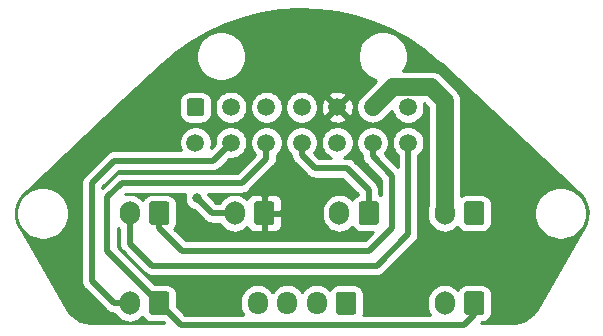
<source format=gbr>
G04 #@! TF.GenerationSoftware,KiCad,Pcbnew,(5.1.5)-3*
G04 #@! TF.CreationDate,2021-06-02T01:16:35-04:00*
G04 #@! TF.ProjectId,Toolhead_PCB,546f6f6c-6865-4616-945f-5043422e6b69,rev?*
G04 #@! TF.SameCoordinates,Original*
G04 #@! TF.FileFunction,Copper,L1,Top*
G04 #@! TF.FilePolarity,Positive*
%FSLAX46Y46*%
G04 Gerber Fmt 4.6, Leading zero omitted, Abs format (unit mm)*
G04 Created by KiCad (PCBNEW (5.1.5)-3) date 2021-06-02 01:16:35*
%MOMM*%
%LPD*%
G04 APERTURE LIST*
%ADD10O,1.700000X2.000000*%
%ADD11C,0.100000*%
%ADD12C,1.500000*%
%ADD13O,1.700000X1.950000*%
%ADD14C,0.800000*%
%ADD15C,0.500000*%
%ADD16C,1.500000*%
%ADD17C,0.254000*%
G04 APERTURE END LIST*
D10*
X85435000Y-100000000D03*
G04 #@! TA.AperFunction,ComponentPad*
D11*
G36*
X88559504Y-99001204D02*
G01*
X88583773Y-99004804D01*
X88607571Y-99010765D01*
X88630671Y-99019030D01*
X88652849Y-99029520D01*
X88673893Y-99042133D01*
X88693598Y-99056747D01*
X88711777Y-99073223D01*
X88728253Y-99091402D01*
X88742867Y-99111107D01*
X88755480Y-99132151D01*
X88765970Y-99154329D01*
X88774235Y-99177429D01*
X88780196Y-99201227D01*
X88783796Y-99225496D01*
X88785000Y-99250000D01*
X88785000Y-100750000D01*
X88783796Y-100774504D01*
X88780196Y-100798773D01*
X88774235Y-100822571D01*
X88765970Y-100845671D01*
X88755480Y-100867849D01*
X88742867Y-100888893D01*
X88728253Y-100908598D01*
X88711777Y-100926777D01*
X88693598Y-100943253D01*
X88673893Y-100957867D01*
X88652849Y-100970480D01*
X88630671Y-100980970D01*
X88607571Y-100989235D01*
X88583773Y-100995196D01*
X88559504Y-100998796D01*
X88535000Y-101000000D01*
X87335000Y-101000000D01*
X87310496Y-100998796D01*
X87286227Y-100995196D01*
X87262429Y-100989235D01*
X87239329Y-100980970D01*
X87217151Y-100970480D01*
X87196107Y-100957867D01*
X87176402Y-100943253D01*
X87158223Y-100926777D01*
X87141747Y-100908598D01*
X87127133Y-100888893D01*
X87114520Y-100867849D01*
X87104030Y-100845671D01*
X87095765Y-100822571D01*
X87089804Y-100798773D01*
X87086204Y-100774504D01*
X87085000Y-100750000D01*
X87085000Y-99250000D01*
X87086204Y-99225496D01*
X87089804Y-99201227D01*
X87095765Y-99177429D01*
X87104030Y-99154329D01*
X87114520Y-99132151D01*
X87127133Y-99111107D01*
X87141747Y-99091402D01*
X87158223Y-99073223D01*
X87176402Y-99056747D01*
X87196107Y-99042133D01*
X87217151Y-99029520D01*
X87239329Y-99019030D01*
X87262429Y-99010765D01*
X87286227Y-99004804D01*
X87310496Y-99001204D01*
X87335000Y-99000000D01*
X88535000Y-99000000D01*
X88559504Y-99001204D01*
G37*
G04 #@! TD.AperFunction*
D10*
X103175000Y-100000000D03*
G04 #@! TA.AperFunction,ComponentPad*
D11*
G36*
X106299504Y-99001204D02*
G01*
X106323773Y-99004804D01*
X106347571Y-99010765D01*
X106370671Y-99019030D01*
X106392849Y-99029520D01*
X106413893Y-99042133D01*
X106433598Y-99056747D01*
X106451777Y-99073223D01*
X106468253Y-99091402D01*
X106482867Y-99111107D01*
X106495480Y-99132151D01*
X106505970Y-99154329D01*
X106514235Y-99177429D01*
X106520196Y-99201227D01*
X106523796Y-99225496D01*
X106525000Y-99250000D01*
X106525000Y-100750000D01*
X106523796Y-100774504D01*
X106520196Y-100798773D01*
X106514235Y-100822571D01*
X106505970Y-100845671D01*
X106495480Y-100867849D01*
X106482867Y-100888893D01*
X106468253Y-100908598D01*
X106451777Y-100926777D01*
X106433598Y-100943253D01*
X106413893Y-100957867D01*
X106392849Y-100970480D01*
X106370671Y-100980970D01*
X106347571Y-100989235D01*
X106323773Y-100995196D01*
X106299504Y-100998796D01*
X106275000Y-101000000D01*
X105075000Y-101000000D01*
X105050496Y-100998796D01*
X105026227Y-100995196D01*
X105002429Y-100989235D01*
X104979329Y-100980970D01*
X104957151Y-100970480D01*
X104936107Y-100957867D01*
X104916402Y-100943253D01*
X104898223Y-100926777D01*
X104881747Y-100908598D01*
X104867133Y-100888893D01*
X104854520Y-100867849D01*
X104844030Y-100845671D01*
X104835765Y-100822571D01*
X104829804Y-100798773D01*
X104826204Y-100774504D01*
X104825000Y-100750000D01*
X104825000Y-99250000D01*
X104826204Y-99225496D01*
X104829804Y-99201227D01*
X104835765Y-99177429D01*
X104844030Y-99154329D01*
X104854520Y-99132151D01*
X104867133Y-99111107D01*
X104881747Y-99091402D01*
X104898223Y-99073223D01*
X104916402Y-99056747D01*
X104936107Y-99042133D01*
X104957151Y-99029520D01*
X104979329Y-99019030D01*
X105002429Y-99010765D01*
X105026227Y-99004804D01*
X105050496Y-99001204D01*
X105075000Y-99000000D01*
X106275000Y-99000000D01*
X106299504Y-99001204D01*
G37*
G04 #@! TD.AperFunction*
D10*
X85435000Y-107620000D03*
G04 #@! TA.AperFunction,ComponentPad*
D11*
G36*
X88559504Y-106621204D02*
G01*
X88583773Y-106624804D01*
X88607571Y-106630765D01*
X88630671Y-106639030D01*
X88652849Y-106649520D01*
X88673893Y-106662133D01*
X88693598Y-106676747D01*
X88711777Y-106693223D01*
X88728253Y-106711402D01*
X88742867Y-106731107D01*
X88755480Y-106752151D01*
X88765970Y-106774329D01*
X88774235Y-106797429D01*
X88780196Y-106821227D01*
X88783796Y-106845496D01*
X88785000Y-106870000D01*
X88785000Y-108370000D01*
X88783796Y-108394504D01*
X88780196Y-108418773D01*
X88774235Y-108442571D01*
X88765970Y-108465671D01*
X88755480Y-108487849D01*
X88742867Y-108508893D01*
X88728253Y-108528598D01*
X88711777Y-108546777D01*
X88693598Y-108563253D01*
X88673893Y-108577867D01*
X88652849Y-108590480D01*
X88630671Y-108600970D01*
X88607571Y-108609235D01*
X88583773Y-108615196D01*
X88559504Y-108618796D01*
X88535000Y-108620000D01*
X87335000Y-108620000D01*
X87310496Y-108618796D01*
X87286227Y-108615196D01*
X87262429Y-108609235D01*
X87239329Y-108600970D01*
X87217151Y-108590480D01*
X87196107Y-108577867D01*
X87176402Y-108563253D01*
X87158223Y-108546777D01*
X87141747Y-108528598D01*
X87127133Y-108508893D01*
X87114520Y-108487849D01*
X87104030Y-108465671D01*
X87095765Y-108442571D01*
X87089804Y-108418773D01*
X87086204Y-108394504D01*
X87085000Y-108370000D01*
X87085000Y-106870000D01*
X87086204Y-106845496D01*
X87089804Y-106821227D01*
X87095765Y-106797429D01*
X87104030Y-106774329D01*
X87114520Y-106752151D01*
X87127133Y-106731107D01*
X87141747Y-106711402D01*
X87158223Y-106693223D01*
X87176402Y-106676747D01*
X87196107Y-106662133D01*
X87217151Y-106649520D01*
X87239329Y-106639030D01*
X87262429Y-106630765D01*
X87286227Y-106624804D01*
X87310496Y-106621204D01*
X87335000Y-106620000D01*
X88535000Y-106620000D01*
X88559504Y-106621204D01*
G37*
G04 #@! TD.AperFunction*
G04 #@! TA.AperFunction,ComponentPad*
G36*
X91524504Y-90281204D02*
G01*
X91548773Y-90284804D01*
X91572571Y-90290765D01*
X91595671Y-90299030D01*
X91617849Y-90309520D01*
X91638893Y-90322133D01*
X91658598Y-90336747D01*
X91676777Y-90353223D01*
X91693253Y-90371402D01*
X91707867Y-90391107D01*
X91720480Y-90412151D01*
X91730970Y-90434329D01*
X91739235Y-90457429D01*
X91745196Y-90481227D01*
X91748796Y-90505496D01*
X91750000Y-90530000D01*
X91750000Y-91530000D01*
X91748796Y-91554504D01*
X91745196Y-91578773D01*
X91739235Y-91602571D01*
X91730970Y-91625671D01*
X91720480Y-91647849D01*
X91707867Y-91668893D01*
X91693253Y-91688598D01*
X91676777Y-91706777D01*
X91658598Y-91723253D01*
X91638893Y-91737867D01*
X91617849Y-91750480D01*
X91595671Y-91760970D01*
X91572571Y-91769235D01*
X91548773Y-91775196D01*
X91524504Y-91778796D01*
X91500000Y-91780000D01*
X90500000Y-91780000D01*
X90475496Y-91778796D01*
X90451227Y-91775196D01*
X90427429Y-91769235D01*
X90404329Y-91760970D01*
X90382151Y-91750480D01*
X90361107Y-91737867D01*
X90341402Y-91723253D01*
X90323223Y-91706777D01*
X90306747Y-91688598D01*
X90292133Y-91668893D01*
X90279520Y-91647849D01*
X90269030Y-91625671D01*
X90260765Y-91602571D01*
X90254804Y-91578773D01*
X90251204Y-91554504D01*
X90250000Y-91530000D01*
X90250000Y-90530000D01*
X90251204Y-90505496D01*
X90254804Y-90481227D01*
X90260765Y-90457429D01*
X90269030Y-90434329D01*
X90279520Y-90412151D01*
X90292133Y-90391107D01*
X90306747Y-90371402D01*
X90323223Y-90353223D01*
X90341402Y-90336747D01*
X90361107Y-90322133D01*
X90382151Y-90309520D01*
X90404329Y-90299030D01*
X90427429Y-90290765D01*
X90451227Y-90284804D01*
X90475496Y-90281204D01*
X90500000Y-90280000D01*
X91500000Y-90280000D01*
X91524504Y-90281204D01*
G37*
G04 #@! TD.AperFunction*
D12*
X94000000Y-91030000D03*
X97000000Y-91030000D03*
X100000000Y-91030000D03*
X103000000Y-91030000D03*
X106000000Y-91030000D03*
X109000000Y-91030000D03*
X91000000Y-94030000D03*
X94000000Y-94030000D03*
X97000000Y-94030000D03*
X100000000Y-94030000D03*
X103000000Y-94030000D03*
X106000000Y-94030000D03*
X109000000Y-94030000D03*
D10*
X112105000Y-107620000D03*
G04 #@! TA.AperFunction,ComponentPad*
D11*
G36*
X115229504Y-106621204D02*
G01*
X115253773Y-106624804D01*
X115277571Y-106630765D01*
X115300671Y-106639030D01*
X115322849Y-106649520D01*
X115343893Y-106662133D01*
X115363598Y-106676747D01*
X115381777Y-106693223D01*
X115398253Y-106711402D01*
X115412867Y-106731107D01*
X115425480Y-106752151D01*
X115435970Y-106774329D01*
X115444235Y-106797429D01*
X115450196Y-106821227D01*
X115453796Y-106845496D01*
X115455000Y-106870000D01*
X115455000Y-108370000D01*
X115453796Y-108394504D01*
X115450196Y-108418773D01*
X115444235Y-108442571D01*
X115435970Y-108465671D01*
X115425480Y-108487849D01*
X115412867Y-108508893D01*
X115398253Y-108528598D01*
X115381777Y-108546777D01*
X115363598Y-108563253D01*
X115343893Y-108577867D01*
X115322849Y-108590480D01*
X115300671Y-108600970D01*
X115277571Y-108609235D01*
X115253773Y-108615196D01*
X115229504Y-108618796D01*
X115205000Y-108620000D01*
X114005000Y-108620000D01*
X113980496Y-108618796D01*
X113956227Y-108615196D01*
X113932429Y-108609235D01*
X113909329Y-108600970D01*
X113887151Y-108590480D01*
X113866107Y-108577867D01*
X113846402Y-108563253D01*
X113828223Y-108546777D01*
X113811747Y-108528598D01*
X113797133Y-108508893D01*
X113784520Y-108487849D01*
X113774030Y-108465671D01*
X113765765Y-108442571D01*
X113759804Y-108418773D01*
X113756204Y-108394504D01*
X113755000Y-108370000D01*
X113755000Y-106870000D01*
X113756204Y-106845496D01*
X113759804Y-106821227D01*
X113765765Y-106797429D01*
X113774030Y-106774329D01*
X113784520Y-106752151D01*
X113797133Y-106731107D01*
X113811747Y-106711402D01*
X113828223Y-106693223D01*
X113846402Y-106676747D01*
X113866107Y-106662133D01*
X113887151Y-106649520D01*
X113909329Y-106639030D01*
X113932429Y-106630765D01*
X113956227Y-106624804D01*
X113980496Y-106621204D01*
X114005000Y-106620000D01*
X115205000Y-106620000D01*
X115229504Y-106621204D01*
G37*
G04 #@! TD.AperFunction*
D10*
X94325000Y-100000000D03*
G04 #@! TA.AperFunction,ComponentPad*
D11*
G36*
X97449504Y-99001204D02*
G01*
X97473773Y-99004804D01*
X97497571Y-99010765D01*
X97520671Y-99019030D01*
X97542849Y-99029520D01*
X97563893Y-99042133D01*
X97583598Y-99056747D01*
X97601777Y-99073223D01*
X97618253Y-99091402D01*
X97632867Y-99111107D01*
X97645480Y-99132151D01*
X97655970Y-99154329D01*
X97664235Y-99177429D01*
X97670196Y-99201227D01*
X97673796Y-99225496D01*
X97675000Y-99250000D01*
X97675000Y-100750000D01*
X97673796Y-100774504D01*
X97670196Y-100798773D01*
X97664235Y-100822571D01*
X97655970Y-100845671D01*
X97645480Y-100867849D01*
X97632867Y-100888893D01*
X97618253Y-100908598D01*
X97601777Y-100926777D01*
X97583598Y-100943253D01*
X97563893Y-100957867D01*
X97542849Y-100970480D01*
X97520671Y-100980970D01*
X97497571Y-100989235D01*
X97473773Y-100995196D01*
X97449504Y-100998796D01*
X97425000Y-101000000D01*
X96225000Y-101000000D01*
X96200496Y-100998796D01*
X96176227Y-100995196D01*
X96152429Y-100989235D01*
X96129329Y-100980970D01*
X96107151Y-100970480D01*
X96086107Y-100957867D01*
X96066402Y-100943253D01*
X96048223Y-100926777D01*
X96031747Y-100908598D01*
X96017133Y-100888893D01*
X96004520Y-100867849D01*
X95994030Y-100845671D01*
X95985765Y-100822571D01*
X95979804Y-100798773D01*
X95976204Y-100774504D01*
X95975000Y-100750000D01*
X95975000Y-99250000D01*
X95976204Y-99225496D01*
X95979804Y-99201227D01*
X95985765Y-99177429D01*
X95994030Y-99154329D01*
X96004520Y-99132151D01*
X96017133Y-99111107D01*
X96031747Y-99091402D01*
X96048223Y-99073223D01*
X96066402Y-99056747D01*
X96086107Y-99042133D01*
X96107151Y-99029520D01*
X96129329Y-99019030D01*
X96152429Y-99010765D01*
X96176227Y-99004804D01*
X96200496Y-99001204D01*
X96225000Y-99000000D01*
X97425000Y-99000000D01*
X97449504Y-99001204D01*
G37*
G04 #@! TD.AperFunction*
D10*
X112105000Y-100000000D03*
G04 #@! TA.AperFunction,ComponentPad*
D11*
G36*
X115229504Y-99001204D02*
G01*
X115253773Y-99004804D01*
X115277571Y-99010765D01*
X115300671Y-99019030D01*
X115322849Y-99029520D01*
X115343893Y-99042133D01*
X115363598Y-99056747D01*
X115381777Y-99073223D01*
X115398253Y-99091402D01*
X115412867Y-99111107D01*
X115425480Y-99132151D01*
X115435970Y-99154329D01*
X115444235Y-99177429D01*
X115450196Y-99201227D01*
X115453796Y-99225496D01*
X115455000Y-99250000D01*
X115455000Y-100750000D01*
X115453796Y-100774504D01*
X115450196Y-100798773D01*
X115444235Y-100822571D01*
X115435970Y-100845671D01*
X115425480Y-100867849D01*
X115412867Y-100888893D01*
X115398253Y-100908598D01*
X115381777Y-100926777D01*
X115363598Y-100943253D01*
X115343893Y-100957867D01*
X115322849Y-100970480D01*
X115300671Y-100980970D01*
X115277571Y-100989235D01*
X115253773Y-100995196D01*
X115229504Y-100998796D01*
X115205000Y-101000000D01*
X114005000Y-101000000D01*
X113980496Y-100998796D01*
X113956227Y-100995196D01*
X113932429Y-100989235D01*
X113909329Y-100980970D01*
X113887151Y-100970480D01*
X113866107Y-100957867D01*
X113846402Y-100943253D01*
X113828223Y-100926777D01*
X113811747Y-100908598D01*
X113797133Y-100888893D01*
X113784520Y-100867849D01*
X113774030Y-100845671D01*
X113765765Y-100822571D01*
X113759804Y-100798773D01*
X113756204Y-100774504D01*
X113755000Y-100750000D01*
X113755000Y-99250000D01*
X113756204Y-99225496D01*
X113759804Y-99201227D01*
X113765765Y-99177429D01*
X113774030Y-99154329D01*
X113784520Y-99132151D01*
X113797133Y-99111107D01*
X113811747Y-99091402D01*
X113828223Y-99073223D01*
X113846402Y-99056747D01*
X113866107Y-99042133D01*
X113887151Y-99029520D01*
X113909329Y-99019030D01*
X113932429Y-99010765D01*
X113956227Y-99004804D01*
X113980496Y-99001204D01*
X114005000Y-99000000D01*
X115205000Y-99000000D01*
X115229504Y-99001204D01*
G37*
G04 #@! TD.AperFunction*
D13*
X96270000Y-107620000D03*
X98770000Y-107620000D03*
X101270000Y-107620000D03*
G04 #@! TA.AperFunction,ComponentPad*
D11*
G36*
X104394504Y-106646204D02*
G01*
X104418773Y-106649804D01*
X104442571Y-106655765D01*
X104465671Y-106664030D01*
X104487849Y-106674520D01*
X104508893Y-106687133D01*
X104528598Y-106701747D01*
X104546777Y-106718223D01*
X104563253Y-106736402D01*
X104577867Y-106756107D01*
X104590480Y-106777151D01*
X104600970Y-106799329D01*
X104609235Y-106822429D01*
X104615196Y-106846227D01*
X104618796Y-106870496D01*
X104620000Y-106895000D01*
X104620000Y-108345000D01*
X104618796Y-108369504D01*
X104615196Y-108393773D01*
X104609235Y-108417571D01*
X104600970Y-108440671D01*
X104590480Y-108462849D01*
X104577867Y-108483893D01*
X104563253Y-108503598D01*
X104546777Y-108521777D01*
X104528598Y-108538253D01*
X104508893Y-108552867D01*
X104487849Y-108565480D01*
X104465671Y-108575970D01*
X104442571Y-108584235D01*
X104418773Y-108590196D01*
X104394504Y-108593796D01*
X104370000Y-108595000D01*
X103170000Y-108595000D01*
X103145496Y-108593796D01*
X103121227Y-108590196D01*
X103097429Y-108584235D01*
X103074329Y-108575970D01*
X103052151Y-108565480D01*
X103031107Y-108552867D01*
X103011402Y-108538253D01*
X102993223Y-108521777D01*
X102976747Y-108503598D01*
X102962133Y-108483893D01*
X102949520Y-108462849D01*
X102939030Y-108440671D01*
X102930765Y-108417571D01*
X102924804Y-108393773D01*
X102921204Y-108369504D01*
X102920000Y-108345000D01*
X102920000Y-106895000D01*
X102921204Y-106870496D01*
X102924804Y-106846227D01*
X102930765Y-106822429D01*
X102939030Y-106799329D01*
X102949520Y-106777151D01*
X102962133Y-106756107D01*
X102976747Y-106736402D01*
X102993223Y-106718223D01*
X103011402Y-106701747D01*
X103031107Y-106687133D01*
X103052151Y-106674520D01*
X103074329Y-106664030D01*
X103097429Y-106655765D01*
X103121227Y-106649804D01*
X103145496Y-106646204D01*
X103170000Y-106645000D01*
X104370000Y-106645000D01*
X104394504Y-106646204D01*
G37*
G04 #@! TD.AperFunction*
D14*
X91110000Y-98730000D03*
D15*
X100000000Y-95090660D02*
X101099340Y-96190000D01*
X100000000Y-94030000D02*
X100000000Y-95090660D01*
X101099340Y-96190000D02*
X103810000Y-96190000D01*
X105675000Y-98055000D02*
X105675000Y-100000000D01*
X103810000Y-96190000D02*
X105675000Y-98055000D01*
X83555010Y-103240010D02*
X87935000Y-107620000D01*
X114605000Y-108620000D02*
X114605000Y-107620000D01*
X113750010Y-109474990D02*
X114605000Y-108620000D01*
X87935000Y-107620000D02*
X89789990Y-109474990D01*
X89789990Y-109474990D02*
X113750010Y-109474990D01*
X83555010Y-103240010D02*
X83555010Y-98664990D01*
X83555010Y-98664990D02*
X84760000Y-97460000D01*
X84760000Y-97460000D02*
X94920000Y-97460000D01*
X97000000Y-95380000D02*
X97000000Y-94030000D01*
X94920000Y-97460000D02*
X97000000Y-95380000D01*
X94000000Y-94030000D02*
X92475000Y-95555000D01*
X92475000Y-95555000D02*
X84125000Y-95555000D01*
X84125000Y-95555000D02*
X82220000Y-97460000D01*
X84085000Y-107620000D02*
X85435000Y-107620000D01*
X82220000Y-105755000D02*
X84085000Y-107620000D01*
X82220000Y-97460000D02*
X82220000Y-105755000D01*
X87300000Y-104445000D02*
X85435000Y-102580000D01*
X106350000Y-104445000D02*
X87300000Y-104445000D01*
X85435000Y-102580000D02*
X85435000Y-100000000D01*
X109000000Y-94030000D02*
X109000000Y-101795000D01*
X109000000Y-101795000D02*
X106350000Y-104445000D01*
X89840000Y-103175000D02*
X105715000Y-103175000D01*
X105715000Y-103175000D02*
X107620000Y-101270000D01*
X107620000Y-101270000D02*
X107620000Y-96825000D01*
X106000000Y-95205000D02*
X106000000Y-94030000D01*
X107620000Y-96825000D02*
X106000000Y-95205000D01*
X87935000Y-101270000D02*
X87935000Y-100000000D01*
X89840000Y-103175000D02*
X87935000Y-101270000D01*
X92380000Y-100000000D02*
X91110000Y-98730000D01*
X94325000Y-100000000D02*
X92380000Y-100000000D01*
D16*
X107700001Y-89329999D02*
X110919999Y-89329999D01*
X106000000Y-91030000D02*
X107700001Y-89329999D01*
X112105000Y-90515000D02*
X112105000Y-100000000D01*
X110919999Y-89329999D02*
X112105000Y-90515000D01*
D17*
G36*
X101362178Y-82764505D02*
G01*
X102948422Y-82964020D01*
X104509433Y-83309200D01*
X106031900Y-83797099D01*
X107502771Y-84423536D01*
X108909500Y-85183164D01*
X110240054Y-86069490D01*
X111492061Y-87082221D01*
X111835237Y-87395583D01*
X123461739Y-98306381D01*
X123778793Y-98668307D01*
X124002054Y-99054713D01*
X124146009Y-99477119D01*
X124205176Y-99919444D01*
X124177301Y-100364840D01*
X124062188Y-100801112D01*
X123888290Y-101170822D01*
X119879114Y-108114919D01*
X119599016Y-108506157D01*
X119273703Y-108811645D01*
X118895250Y-109048130D01*
X118478069Y-109206602D01*
X118015906Y-109284771D01*
X117866168Y-109290000D01*
X115186579Y-109290000D01*
X115200050Y-109276529D01*
X115224932Y-109256109D01*
X115378254Y-109241008D01*
X115544850Y-109190472D01*
X115698386Y-109108405D01*
X115832962Y-108997962D01*
X115943405Y-108863386D01*
X116025472Y-108709850D01*
X116076008Y-108543254D01*
X116093072Y-108370000D01*
X116093072Y-106870000D01*
X116076008Y-106696746D01*
X116025472Y-106530150D01*
X115943405Y-106376614D01*
X115832962Y-106242038D01*
X115698386Y-106131595D01*
X115544850Y-106049528D01*
X115378254Y-105998992D01*
X115205000Y-105981928D01*
X114005000Y-105981928D01*
X113831746Y-105998992D01*
X113665150Y-106049528D01*
X113511614Y-106131595D01*
X113377038Y-106242038D01*
X113266595Y-106376614D01*
X113212223Y-106478337D01*
X113160134Y-106414866D01*
X112934014Y-106229294D01*
X112676034Y-106091401D01*
X112396111Y-106006487D01*
X112105000Y-105977815D01*
X111813890Y-106006487D01*
X111533967Y-106091401D01*
X111275987Y-106229294D01*
X111049866Y-106414866D01*
X110864294Y-106640986D01*
X110726401Y-106898966D01*
X110641487Y-107178889D01*
X110620000Y-107397050D01*
X110620000Y-107842949D01*
X110641487Y-108061110D01*
X110726401Y-108341033D01*
X110859471Y-108589990D01*
X105219247Y-108589990D01*
X105241008Y-108518254D01*
X105258072Y-108345000D01*
X105258072Y-106895000D01*
X105241008Y-106721746D01*
X105190472Y-106555150D01*
X105108405Y-106401614D01*
X104997962Y-106267038D01*
X104863386Y-106156595D01*
X104709850Y-106074528D01*
X104543254Y-106023992D01*
X104370000Y-106006928D01*
X103170000Y-106006928D01*
X102996746Y-106023992D01*
X102830150Y-106074528D01*
X102676614Y-106156595D01*
X102542038Y-106267038D01*
X102431595Y-106401614D01*
X102377223Y-106503337D01*
X102325134Y-106439866D01*
X102099014Y-106254294D01*
X101841034Y-106116401D01*
X101561111Y-106031487D01*
X101270000Y-106002815D01*
X100978890Y-106031487D01*
X100698967Y-106116401D01*
X100440987Y-106254294D01*
X100214866Y-106439866D01*
X100029294Y-106665986D01*
X100020000Y-106683374D01*
X100010706Y-106665986D01*
X99825134Y-106439866D01*
X99599014Y-106254294D01*
X99341034Y-106116401D01*
X99061111Y-106031487D01*
X98770000Y-106002815D01*
X98478890Y-106031487D01*
X98198967Y-106116401D01*
X97940987Y-106254294D01*
X97714866Y-106439866D01*
X97529294Y-106665986D01*
X97520000Y-106683374D01*
X97510706Y-106665986D01*
X97325134Y-106439866D01*
X97099014Y-106254294D01*
X96841034Y-106116401D01*
X96561111Y-106031487D01*
X96270000Y-106002815D01*
X95978890Y-106031487D01*
X95698967Y-106116401D01*
X95440987Y-106254294D01*
X95214866Y-106439866D01*
X95029294Y-106665986D01*
X94891401Y-106923966D01*
X94806487Y-107203889D01*
X94785000Y-107422050D01*
X94785000Y-107817949D01*
X94806487Y-108036110D01*
X94891401Y-108316033D01*
X95029294Y-108574013D01*
X95042406Y-108589990D01*
X90156569Y-108589990D01*
X89423072Y-107856494D01*
X89423072Y-106870000D01*
X89406008Y-106696746D01*
X89355472Y-106530150D01*
X89273405Y-106376614D01*
X89162962Y-106242038D01*
X89028386Y-106131595D01*
X88874850Y-106049528D01*
X88708254Y-105998992D01*
X88535000Y-105981928D01*
X87548507Y-105981928D01*
X84440010Y-102873432D01*
X84440010Y-101254493D01*
X84550000Y-101344760D01*
X84550000Y-102536531D01*
X84545719Y-102580000D01*
X84550000Y-102623469D01*
X84550000Y-102623476D01*
X84562805Y-102753489D01*
X84613411Y-102920312D01*
X84695589Y-103074058D01*
X84806183Y-103208817D01*
X84839956Y-103236534D01*
X86643470Y-105040049D01*
X86671183Y-105073817D01*
X86704951Y-105101530D01*
X86704953Y-105101532D01*
X86776452Y-105160210D01*
X86805941Y-105184411D01*
X86959687Y-105266589D01*
X87126510Y-105317195D01*
X87256523Y-105330000D01*
X87256533Y-105330000D01*
X87299999Y-105334281D01*
X87343465Y-105330000D01*
X106306531Y-105330000D01*
X106350000Y-105334281D01*
X106393469Y-105330000D01*
X106393477Y-105330000D01*
X106523490Y-105317195D01*
X106690313Y-105266589D01*
X106844059Y-105184411D01*
X106978817Y-105073817D01*
X107006534Y-105040044D01*
X109595049Y-102451530D01*
X109628817Y-102423817D01*
X109739411Y-102289059D01*
X109821589Y-102135313D01*
X109872195Y-101968490D01*
X109885000Y-101838477D01*
X109885000Y-101838469D01*
X109889281Y-101795000D01*
X109885000Y-101751531D01*
X109885000Y-95103685D01*
X110075799Y-94912886D01*
X110227371Y-94686043D01*
X110331775Y-94433989D01*
X110385000Y-94166411D01*
X110385000Y-93893589D01*
X110331775Y-93626011D01*
X110227371Y-93373957D01*
X110075799Y-93147114D01*
X109882886Y-92954201D01*
X109656043Y-92802629D01*
X109403989Y-92698225D01*
X109136411Y-92645000D01*
X108863589Y-92645000D01*
X108596011Y-92698225D01*
X108343957Y-92802629D01*
X108117114Y-92954201D01*
X107924201Y-93147114D01*
X107772629Y-93373957D01*
X107668225Y-93626011D01*
X107615000Y-93893589D01*
X107615000Y-94166411D01*
X107668225Y-94433989D01*
X107772629Y-94686043D01*
X107924201Y-94912886D01*
X108115000Y-95103685D01*
X108115000Y-96068421D01*
X107017632Y-94971053D01*
X107075799Y-94912886D01*
X107227371Y-94686043D01*
X107331775Y-94433989D01*
X107385000Y-94166411D01*
X107385000Y-93893589D01*
X107331775Y-93626011D01*
X107227371Y-93373957D01*
X107075799Y-93147114D01*
X106882886Y-92954201D01*
X106656043Y-92802629D01*
X106403989Y-92698225D01*
X106136411Y-92645000D01*
X105863589Y-92645000D01*
X105596011Y-92698225D01*
X105343957Y-92802629D01*
X105117114Y-92954201D01*
X104924201Y-93147114D01*
X104772629Y-93373957D01*
X104668225Y-93626011D01*
X104615000Y-93893589D01*
X104615000Y-94166411D01*
X104668225Y-94433989D01*
X104772629Y-94686043D01*
X104924201Y-94912886D01*
X105115000Y-95103685D01*
X105115000Y-95161530D01*
X105110719Y-95205000D01*
X105115000Y-95248469D01*
X105115000Y-95248476D01*
X105120567Y-95305000D01*
X105127805Y-95378490D01*
X105128721Y-95381510D01*
X105178411Y-95545312D01*
X105260589Y-95699058D01*
X105371183Y-95833817D01*
X105404956Y-95861534D01*
X106735001Y-97191580D01*
X106735001Y-98493750D01*
X106614850Y-98429528D01*
X106560000Y-98412890D01*
X106560000Y-98098465D01*
X106564281Y-98054999D01*
X106560000Y-98011533D01*
X106560000Y-98011523D01*
X106547195Y-97881510D01*
X106496589Y-97714687D01*
X106414411Y-97560941D01*
X106349241Y-97481532D01*
X106331532Y-97459953D01*
X106331530Y-97459951D01*
X106303817Y-97426183D01*
X106270050Y-97398471D01*
X104466534Y-95594956D01*
X104438817Y-95561183D01*
X104304059Y-95450589D01*
X104150313Y-95368411D01*
X103983490Y-95317805D01*
X103853477Y-95305000D01*
X103853469Y-95305000D01*
X103810000Y-95300719D01*
X103766531Y-95305000D01*
X103541056Y-95305000D01*
X103656043Y-95257371D01*
X103882886Y-95105799D01*
X104075799Y-94912886D01*
X104227371Y-94686043D01*
X104331775Y-94433989D01*
X104385000Y-94166411D01*
X104385000Y-93893589D01*
X104331775Y-93626011D01*
X104227371Y-93373957D01*
X104075799Y-93147114D01*
X103882886Y-92954201D01*
X103656043Y-92802629D01*
X103403989Y-92698225D01*
X103136411Y-92645000D01*
X102863589Y-92645000D01*
X102596011Y-92698225D01*
X102343957Y-92802629D01*
X102117114Y-92954201D01*
X101924201Y-93147114D01*
X101772629Y-93373957D01*
X101668225Y-93626011D01*
X101615000Y-93893589D01*
X101615000Y-94166411D01*
X101668225Y-94433989D01*
X101772629Y-94686043D01*
X101924201Y-94912886D01*
X102117114Y-95105799D01*
X102343957Y-95257371D01*
X102458944Y-95305000D01*
X101465919Y-95305000D01*
X101074802Y-94913883D01*
X101075799Y-94912886D01*
X101227371Y-94686043D01*
X101331775Y-94433989D01*
X101385000Y-94166411D01*
X101385000Y-93893589D01*
X101331775Y-93626011D01*
X101227371Y-93373957D01*
X101075799Y-93147114D01*
X100882886Y-92954201D01*
X100656043Y-92802629D01*
X100403989Y-92698225D01*
X100136411Y-92645000D01*
X99863589Y-92645000D01*
X99596011Y-92698225D01*
X99343957Y-92802629D01*
X99117114Y-92954201D01*
X98924201Y-93147114D01*
X98772629Y-93373957D01*
X98668225Y-93626011D01*
X98615000Y-93893589D01*
X98615000Y-94166411D01*
X98668225Y-94433989D01*
X98772629Y-94686043D01*
X98924201Y-94912886D01*
X99111674Y-95100359D01*
X99127805Y-95264150D01*
X99178412Y-95430973D01*
X99260590Y-95584719D01*
X99343468Y-95685706D01*
X99343471Y-95685709D01*
X99371184Y-95719477D01*
X99404951Y-95747189D01*
X100442810Y-96785049D01*
X100470523Y-96818817D01*
X100504291Y-96846530D01*
X100504293Y-96846532D01*
X100605281Y-96929411D01*
X100759026Y-97011589D01*
X100925850Y-97062195D01*
X101055863Y-97075000D01*
X101055871Y-97075000D01*
X101099340Y-97079281D01*
X101142809Y-97075000D01*
X103443422Y-97075000D01*
X104783333Y-98414912D01*
X104735150Y-98429528D01*
X104581614Y-98511595D01*
X104447038Y-98622038D01*
X104336595Y-98756614D01*
X104282223Y-98858337D01*
X104230134Y-98794866D01*
X104004014Y-98609294D01*
X103746034Y-98471401D01*
X103466111Y-98386487D01*
X103175000Y-98357815D01*
X102883890Y-98386487D01*
X102603967Y-98471401D01*
X102345987Y-98609294D01*
X102119866Y-98794866D01*
X101934294Y-99020986D01*
X101796401Y-99278966D01*
X101711487Y-99558889D01*
X101690000Y-99777050D01*
X101690000Y-100222949D01*
X101711487Y-100441110D01*
X101796401Y-100721033D01*
X101934294Y-100979013D01*
X102119866Y-101205134D01*
X102345986Y-101390706D01*
X102603966Y-101528599D01*
X102883889Y-101613513D01*
X103175000Y-101642185D01*
X103466110Y-101613513D01*
X103746033Y-101528599D01*
X104004013Y-101390706D01*
X104230134Y-101205134D01*
X104282223Y-101141663D01*
X104336595Y-101243386D01*
X104447038Y-101377962D01*
X104581614Y-101488405D01*
X104735150Y-101570472D01*
X104901746Y-101621008D01*
X105075000Y-101638072D01*
X106000350Y-101638072D01*
X105348422Y-102290000D01*
X90206579Y-102290000D01*
X89222271Y-101305693D01*
X89273405Y-101243386D01*
X89355472Y-101089850D01*
X89406008Y-100923254D01*
X89423072Y-100750000D01*
X89423072Y-99250000D01*
X89406008Y-99076746D01*
X89355472Y-98910150D01*
X89273405Y-98756614D01*
X89162962Y-98622038D01*
X89028386Y-98511595D01*
X88874850Y-98429528D01*
X88708254Y-98378992D01*
X88535000Y-98361928D01*
X87335000Y-98361928D01*
X87161746Y-98378992D01*
X86995150Y-98429528D01*
X86841614Y-98511595D01*
X86707038Y-98622038D01*
X86596595Y-98756614D01*
X86542223Y-98858337D01*
X86490134Y-98794866D01*
X86264014Y-98609294D01*
X86006034Y-98471401D01*
X85726111Y-98386487D01*
X85435000Y-98357815D01*
X85143890Y-98386487D01*
X85059489Y-98412090D01*
X85126579Y-98345000D01*
X90149196Y-98345000D01*
X90114774Y-98428102D01*
X90075000Y-98628061D01*
X90075000Y-98831939D01*
X90114774Y-99031898D01*
X90192795Y-99220256D01*
X90306063Y-99389774D01*
X90450226Y-99533937D01*
X90619744Y-99647205D01*
X90808102Y-99725226D01*
X90864957Y-99736535D01*
X91723470Y-100595049D01*
X91751183Y-100628817D01*
X91784951Y-100656530D01*
X91784953Y-100656532D01*
X91856452Y-100715210D01*
X91885941Y-100739411D01*
X92039687Y-100821589D01*
X92206510Y-100872195D01*
X92336523Y-100885000D01*
X92336533Y-100885000D01*
X92379999Y-100889281D01*
X92423465Y-100885000D01*
X93034043Y-100885000D01*
X93084294Y-100979013D01*
X93269866Y-101205134D01*
X93495986Y-101390706D01*
X93753966Y-101528599D01*
X94033889Y-101613513D01*
X94325000Y-101642185D01*
X94616110Y-101613513D01*
X94896033Y-101528599D01*
X95154013Y-101390706D01*
X95374945Y-101209392D01*
X95385498Y-101244180D01*
X95444463Y-101354494D01*
X95523815Y-101451185D01*
X95620506Y-101530537D01*
X95730820Y-101589502D01*
X95850518Y-101625812D01*
X95975000Y-101638072D01*
X96539250Y-101635000D01*
X96698000Y-101476250D01*
X96698000Y-100127000D01*
X96952000Y-100127000D01*
X96952000Y-101476250D01*
X97110750Y-101635000D01*
X97675000Y-101638072D01*
X97799482Y-101625812D01*
X97919180Y-101589502D01*
X98029494Y-101530537D01*
X98126185Y-101451185D01*
X98205537Y-101354494D01*
X98264502Y-101244180D01*
X98300812Y-101124482D01*
X98313072Y-101000000D01*
X98310000Y-100285750D01*
X98151250Y-100127000D01*
X96952000Y-100127000D01*
X96698000Y-100127000D01*
X96678000Y-100127000D01*
X96678000Y-99873000D01*
X96698000Y-99873000D01*
X96698000Y-98523750D01*
X96952000Y-98523750D01*
X96952000Y-99873000D01*
X98151250Y-99873000D01*
X98310000Y-99714250D01*
X98313072Y-99000000D01*
X98300812Y-98875518D01*
X98264502Y-98755820D01*
X98205537Y-98645506D01*
X98126185Y-98548815D01*
X98029494Y-98469463D01*
X97919180Y-98410498D01*
X97799482Y-98374188D01*
X97675000Y-98361928D01*
X97110750Y-98365000D01*
X96952000Y-98523750D01*
X96698000Y-98523750D01*
X96539250Y-98365000D01*
X95975000Y-98361928D01*
X95850518Y-98374188D01*
X95730820Y-98410498D01*
X95620506Y-98469463D01*
X95523815Y-98548815D01*
X95444463Y-98645506D01*
X95385498Y-98755820D01*
X95374945Y-98790608D01*
X95154014Y-98609294D01*
X94896034Y-98471401D01*
X94616111Y-98386487D01*
X94325000Y-98357815D01*
X94033890Y-98386487D01*
X93753967Y-98471401D01*
X93495987Y-98609294D01*
X93269866Y-98794866D01*
X93084294Y-99020986D01*
X93034043Y-99115000D01*
X92746579Y-99115000D01*
X92116535Y-98484957D01*
X92105226Y-98428102D01*
X92070804Y-98345000D01*
X94876531Y-98345000D01*
X94920000Y-98349281D01*
X94963469Y-98345000D01*
X94963477Y-98345000D01*
X95093490Y-98332195D01*
X95260313Y-98281589D01*
X95414059Y-98199411D01*
X95548817Y-98088817D01*
X95576534Y-98055044D01*
X97595050Y-96036529D01*
X97628817Y-96008817D01*
X97666538Y-95962855D01*
X97739410Y-95874060D01*
X97739411Y-95874059D01*
X97821589Y-95720313D01*
X97872195Y-95553490D01*
X97885000Y-95423477D01*
X97885000Y-95423467D01*
X97889281Y-95380001D01*
X97885000Y-95336535D01*
X97885000Y-95103685D01*
X98075799Y-94912886D01*
X98227371Y-94686043D01*
X98331775Y-94433989D01*
X98385000Y-94166411D01*
X98385000Y-93893589D01*
X98331775Y-93626011D01*
X98227371Y-93373957D01*
X98075799Y-93147114D01*
X97882886Y-92954201D01*
X97656043Y-92802629D01*
X97403989Y-92698225D01*
X97136411Y-92645000D01*
X96863589Y-92645000D01*
X96596011Y-92698225D01*
X96343957Y-92802629D01*
X96117114Y-92954201D01*
X95924201Y-93147114D01*
X95772629Y-93373957D01*
X95668225Y-93626011D01*
X95615000Y-93893589D01*
X95615000Y-94166411D01*
X95668225Y-94433989D01*
X95772629Y-94686043D01*
X95924201Y-94912886D01*
X96069868Y-95058553D01*
X94553422Y-96575000D01*
X84803465Y-96575000D01*
X84759999Y-96570719D01*
X84716533Y-96575000D01*
X84716523Y-96575000D01*
X84586510Y-96587805D01*
X84419687Y-96638411D01*
X84265941Y-96720589D01*
X84265939Y-96720590D01*
X84265940Y-96720590D01*
X84164953Y-96803468D01*
X84164951Y-96803470D01*
X84131183Y-96831183D01*
X84103470Y-96864951D01*
X83105000Y-97863422D01*
X83105000Y-97826578D01*
X84491579Y-96440000D01*
X92431531Y-96440000D01*
X92475000Y-96444281D01*
X92518469Y-96440000D01*
X92518477Y-96440000D01*
X92648490Y-96427195D01*
X92815313Y-96376589D01*
X92969059Y-96294411D01*
X93103817Y-96183817D01*
X93131534Y-96150044D01*
X93866579Y-95415000D01*
X94136411Y-95415000D01*
X94403989Y-95361775D01*
X94656043Y-95257371D01*
X94882886Y-95105799D01*
X95075799Y-94912886D01*
X95227371Y-94686043D01*
X95331775Y-94433989D01*
X95385000Y-94166411D01*
X95385000Y-93893589D01*
X95331775Y-93626011D01*
X95227371Y-93373957D01*
X95075799Y-93147114D01*
X94882886Y-92954201D01*
X94656043Y-92802629D01*
X94403989Y-92698225D01*
X94136411Y-92645000D01*
X93863589Y-92645000D01*
X93596011Y-92698225D01*
X93343957Y-92802629D01*
X93117114Y-92954201D01*
X92924201Y-93147114D01*
X92772629Y-93373957D01*
X92668225Y-93626011D01*
X92615000Y-93893589D01*
X92615000Y-94163421D01*
X92322825Y-94455597D01*
X92331775Y-94433989D01*
X92385000Y-94166411D01*
X92385000Y-93893589D01*
X92331775Y-93626011D01*
X92227371Y-93373957D01*
X92075799Y-93147114D01*
X91882886Y-92954201D01*
X91656043Y-92802629D01*
X91403989Y-92698225D01*
X91136411Y-92645000D01*
X90863589Y-92645000D01*
X90596011Y-92698225D01*
X90343957Y-92802629D01*
X90117114Y-92954201D01*
X89924201Y-93147114D01*
X89772629Y-93373957D01*
X89668225Y-93626011D01*
X89615000Y-93893589D01*
X89615000Y-94166411D01*
X89668225Y-94433989D01*
X89765984Y-94670000D01*
X84168469Y-94670000D01*
X84125000Y-94665719D01*
X84081531Y-94670000D01*
X84081523Y-94670000D01*
X83951510Y-94682805D01*
X83784687Y-94733411D01*
X83753002Y-94750347D01*
X83630941Y-94815589D01*
X83529953Y-94898468D01*
X83529951Y-94898470D01*
X83496183Y-94926183D01*
X83468470Y-94959951D01*
X81624956Y-96803466D01*
X81591183Y-96831183D01*
X81480589Y-96965942D01*
X81398411Y-97119688D01*
X81375507Y-97195192D01*
X81351266Y-97275103D01*
X81347805Y-97286511D01*
X81335000Y-97416524D01*
X81335000Y-97416531D01*
X81330719Y-97460000D01*
X81335000Y-97503469D01*
X81335001Y-105711521D01*
X81330719Y-105755000D01*
X81347805Y-105928490D01*
X81398412Y-106095313D01*
X81480590Y-106249059D01*
X81563468Y-106350046D01*
X81563471Y-106350049D01*
X81591184Y-106383817D01*
X81624951Y-106411529D01*
X83428470Y-108215049D01*
X83456183Y-108248817D01*
X83489951Y-108276530D01*
X83489953Y-108276532D01*
X83530467Y-108309781D01*
X83590941Y-108359411D01*
X83744687Y-108441589D01*
X83911510Y-108492195D01*
X84041523Y-108505000D01*
X84041533Y-108505000D01*
X84084999Y-108509281D01*
X84128465Y-108505000D01*
X84144043Y-108505000D01*
X84194294Y-108599013D01*
X84379866Y-108825134D01*
X84605986Y-109010706D01*
X84863966Y-109148599D01*
X85143889Y-109233513D01*
X85435000Y-109262185D01*
X85726110Y-109233513D01*
X86006033Y-109148599D01*
X86264013Y-109010706D01*
X86490134Y-108825134D01*
X86542223Y-108761663D01*
X86596595Y-108863386D01*
X86707038Y-108997962D01*
X86841614Y-109108405D01*
X86995150Y-109190472D01*
X87161746Y-109241008D01*
X87335000Y-109258072D01*
X88321493Y-109258072D01*
X88353421Y-109290000D01*
X82156172Y-109290000D01*
X81677318Y-109243048D01*
X81250098Y-109114063D01*
X80856067Y-108904554D01*
X80510237Y-108622501D01*
X80211463Y-108261346D01*
X80132055Y-108134265D01*
X76114164Y-101175075D01*
X75915395Y-100736890D01*
X75813490Y-100302416D01*
X75797916Y-99856427D01*
X75810315Y-99779872D01*
X75845000Y-99779872D01*
X75845000Y-100220128D01*
X75930890Y-100651925D01*
X76099369Y-101058669D01*
X76343962Y-101424729D01*
X76655271Y-101736038D01*
X77021331Y-101980631D01*
X77428075Y-102149110D01*
X77859872Y-102235000D01*
X78300128Y-102235000D01*
X78731925Y-102149110D01*
X79138669Y-101980631D01*
X79504729Y-101736038D01*
X79816038Y-101424729D01*
X80060631Y-101058669D01*
X80229110Y-100651925D01*
X80315000Y-100220128D01*
X80315000Y-99779872D01*
X80229110Y-99348075D01*
X80060631Y-98941331D01*
X79816038Y-98575271D01*
X79504729Y-98263962D01*
X79138669Y-98019369D01*
X78731925Y-97850890D01*
X78300128Y-97765000D01*
X77859872Y-97765000D01*
X77428075Y-97850890D01*
X77021331Y-98019369D01*
X76655271Y-98263962D01*
X76343962Y-98575271D01*
X76099369Y-98941331D01*
X75930890Y-99348075D01*
X75845000Y-99779872D01*
X75810315Y-99779872D01*
X75869266Y-99415896D01*
X76024820Y-98997623D01*
X76261246Y-98613319D01*
X76534685Y-98309734D01*
X84824740Y-90530000D01*
X89611928Y-90530000D01*
X89611928Y-91530000D01*
X89628992Y-91703254D01*
X89679528Y-91869850D01*
X89761595Y-92023386D01*
X89872038Y-92157962D01*
X90006614Y-92268405D01*
X90160150Y-92350472D01*
X90326746Y-92401008D01*
X90500000Y-92418072D01*
X91500000Y-92418072D01*
X91673254Y-92401008D01*
X91839850Y-92350472D01*
X91993386Y-92268405D01*
X92127962Y-92157962D01*
X92238405Y-92023386D01*
X92320472Y-91869850D01*
X92371008Y-91703254D01*
X92388072Y-91530000D01*
X92388072Y-90893589D01*
X92615000Y-90893589D01*
X92615000Y-91166411D01*
X92668225Y-91433989D01*
X92772629Y-91686043D01*
X92924201Y-91912886D01*
X93117114Y-92105799D01*
X93343957Y-92257371D01*
X93596011Y-92361775D01*
X93863589Y-92415000D01*
X94136411Y-92415000D01*
X94403989Y-92361775D01*
X94656043Y-92257371D01*
X94882886Y-92105799D01*
X95075799Y-91912886D01*
X95227371Y-91686043D01*
X95331775Y-91433989D01*
X95385000Y-91166411D01*
X95385000Y-90893589D01*
X95615000Y-90893589D01*
X95615000Y-91166411D01*
X95668225Y-91433989D01*
X95772629Y-91686043D01*
X95924201Y-91912886D01*
X96117114Y-92105799D01*
X96343957Y-92257371D01*
X96596011Y-92361775D01*
X96863589Y-92415000D01*
X97136411Y-92415000D01*
X97403989Y-92361775D01*
X97656043Y-92257371D01*
X97882886Y-92105799D01*
X98075799Y-91912886D01*
X98227371Y-91686043D01*
X98331775Y-91433989D01*
X98385000Y-91166411D01*
X98385000Y-90893589D01*
X98615000Y-90893589D01*
X98615000Y-91166411D01*
X98668225Y-91433989D01*
X98772629Y-91686043D01*
X98924201Y-91912886D01*
X99117114Y-92105799D01*
X99343957Y-92257371D01*
X99596011Y-92361775D01*
X99863589Y-92415000D01*
X100136411Y-92415000D01*
X100403989Y-92361775D01*
X100656043Y-92257371D01*
X100882886Y-92105799D01*
X101001692Y-91986993D01*
X102222612Y-91986993D01*
X102288137Y-92225860D01*
X102535116Y-92341760D01*
X102799960Y-92407250D01*
X103072492Y-92419812D01*
X103342238Y-92378965D01*
X103598832Y-92286277D01*
X103711863Y-92225860D01*
X103777388Y-91986993D01*
X103000000Y-91209605D01*
X102222612Y-91986993D01*
X101001692Y-91986993D01*
X101075799Y-91912886D01*
X101227371Y-91686043D01*
X101331775Y-91433989D01*
X101385000Y-91166411D01*
X101385000Y-91102492D01*
X101610188Y-91102492D01*
X101651035Y-91372238D01*
X101743723Y-91628832D01*
X101804140Y-91741863D01*
X102043007Y-91807388D01*
X102820395Y-91030000D01*
X103179605Y-91030000D01*
X103956993Y-91807388D01*
X104195860Y-91741863D01*
X104311760Y-91494884D01*
X104377250Y-91230040D01*
X104386470Y-91030000D01*
X104608300Y-91030000D01*
X104615000Y-91098029D01*
X104615000Y-91166411D01*
X104628339Y-91233472D01*
X104635040Y-91301507D01*
X104654886Y-91366931D01*
X104668225Y-91433989D01*
X104694390Y-91497158D01*
X104714236Y-91562580D01*
X104746463Y-91622871D01*
X104772629Y-91686043D01*
X104810618Y-91742897D01*
X104842844Y-91803188D01*
X104886214Y-91856035D01*
X104924201Y-91912886D01*
X104972547Y-91961232D01*
X105015919Y-92014081D01*
X105068767Y-92057452D01*
X105117114Y-92105799D01*
X105173965Y-92143786D01*
X105226812Y-92187156D01*
X105287103Y-92219382D01*
X105343957Y-92257371D01*
X105407129Y-92283537D01*
X105467420Y-92315764D01*
X105532842Y-92335610D01*
X105596011Y-92361775D01*
X105663069Y-92375114D01*
X105728493Y-92394960D01*
X105796528Y-92401661D01*
X105863589Y-92415000D01*
X105931971Y-92415000D01*
X106000000Y-92421700D01*
X106068029Y-92415000D01*
X106136411Y-92415000D01*
X106203472Y-92401661D01*
X106271507Y-92394960D01*
X106336931Y-92375114D01*
X106403989Y-92361775D01*
X106467158Y-92335610D01*
X106532580Y-92315764D01*
X106592871Y-92283537D01*
X106656043Y-92257371D01*
X106712897Y-92219382D01*
X106773188Y-92187156D01*
X106826035Y-92143786D01*
X106882886Y-92105799D01*
X107649389Y-91339296D01*
X107668225Y-91433989D01*
X107772629Y-91686043D01*
X107924201Y-91912886D01*
X108117114Y-92105799D01*
X108343957Y-92257371D01*
X108596011Y-92361775D01*
X108863589Y-92415000D01*
X109136411Y-92415000D01*
X109403989Y-92361775D01*
X109656043Y-92257371D01*
X109882886Y-92105799D01*
X110075799Y-91912886D01*
X110227371Y-91686043D01*
X110331775Y-91433989D01*
X110385000Y-91166411D01*
X110385000Y-90893589D01*
X110350261Y-90718946D01*
X110720000Y-91088685D01*
X110720001Y-99300064D01*
X110641487Y-99558889D01*
X110620000Y-99777050D01*
X110620000Y-100222949D01*
X110641487Y-100441110D01*
X110726401Y-100721033D01*
X110864294Y-100979013D01*
X111049866Y-101205134D01*
X111275986Y-101390706D01*
X111533966Y-101528599D01*
X111813889Y-101613513D01*
X112105000Y-101642185D01*
X112396110Y-101613513D01*
X112676033Y-101528599D01*
X112934013Y-101390706D01*
X113160134Y-101205134D01*
X113212223Y-101141663D01*
X113266595Y-101243386D01*
X113377038Y-101377962D01*
X113511614Y-101488405D01*
X113665150Y-101570472D01*
X113831746Y-101621008D01*
X114005000Y-101638072D01*
X115205000Y-101638072D01*
X115378254Y-101621008D01*
X115544850Y-101570472D01*
X115698386Y-101488405D01*
X115832962Y-101377962D01*
X115943405Y-101243386D01*
X116025472Y-101089850D01*
X116076008Y-100923254D01*
X116093072Y-100750000D01*
X116093072Y-99779872D01*
X119685000Y-99779872D01*
X119685000Y-100220128D01*
X119770890Y-100651925D01*
X119939369Y-101058669D01*
X120183962Y-101424729D01*
X120495271Y-101736038D01*
X120861331Y-101980631D01*
X121268075Y-102149110D01*
X121699872Y-102235000D01*
X122140128Y-102235000D01*
X122571925Y-102149110D01*
X122978669Y-101980631D01*
X123344729Y-101736038D01*
X123656038Y-101424729D01*
X123900631Y-101058669D01*
X124069110Y-100651925D01*
X124155000Y-100220128D01*
X124155000Y-99779872D01*
X124069110Y-99348075D01*
X123900631Y-98941331D01*
X123656038Y-98575271D01*
X123344729Y-98263962D01*
X122978669Y-98019369D01*
X122571925Y-97850890D01*
X122140128Y-97765000D01*
X121699872Y-97765000D01*
X121268075Y-97850890D01*
X120861331Y-98019369D01*
X120495271Y-98263962D01*
X120183962Y-98575271D01*
X119939369Y-98941331D01*
X119770890Y-99348075D01*
X119685000Y-99779872D01*
X116093072Y-99779872D01*
X116093072Y-99250000D01*
X116076008Y-99076746D01*
X116025472Y-98910150D01*
X115943405Y-98756614D01*
X115832962Y-98622038D01*
X115698386Y-98511595D01*
X115544850Y-98429528D01*
X115378254Y-98378992D01*
X115205000Y-98361928D01*
X114005000Y-98361928D01*
X113831746Y-98378992D01*
X113665150Y-98429528D01*
X113511614Y-98511595D01*
X113490000Y-98529333D01*
X113490000Y-90583026D01*
X113496700Y-90514999D01*
X113490000Y-90446972D01*
X113490000Y-90446963D01*
X113469960Y-90243493D01*
X113390764Y-89982419D01*
X113262157Y-89741812D01*
X113089080Y-89530919D01*
X113036235Y-89487550D01*
X111947453Y-88398768D01*
X111904080Y-88345918D01*
X111693187Y-88172842D01*
X111452580Y-88044235D01*
X111191506Y-87965039D01*
X110988036Y-87944999D01*
X110988028Y-87944999D01*
X110919999Y-87938299D01*
X110851970Y-87944999D01*
X108602543Y-87944999D01*
X108752012Y-87721302D01*
X108912953Y-87332756D01*
X108995000Y-86920279D01*
X108995000Y-86499721D01*
X108912953Y-86087244D01*
X108752012Y-85698698D01*
X108518363Y-85349017D01*
X108220983Y-85051637D01*
X107871302Y-84817988D01*
X107482756Y-84657047D01*
X107070279Y-84575000D01*
X106649721Y-84575000D01*
X106237244Y-84657047D01*
X105848698Y-84817988D01*
X105499017Y-85051637D01*
X105201637Y-85349017D01*
X104967988Y-85698698D01*
X104807047Y-86087244D01*
X104725000Y-86499721D01*
X104725000Y-86920279D01*
X104807047Y-87332756D01*
X104967988Y-87721302D01*
X105201637Y-88070983D01*
X105499017Y-88368363D01*
X105848698Y-88602012D01*
X106237244Y-88762953D01*
X106296563Y-88774752D01*
X104924201Y-90147114D01*
X104886214Y-90203965D01*
X104842844Y-90256812D01*
X104810618Y-90317103D01*
X104772629Y-90373957D01*
X104746463Y-90437129D01*
X104714236Y-90497420D01*
X104694390Y-90562842D01*
X104668225Y-90626011D01*
X104654886Y-90693069D01*
X104635040Y-90758493D01*
X104628339Y-90826528D01*
X104615000Y-90893589D01*
X104615000Y-90961971D01*
X104608300Y-91030000D01*
X104386470Y-91030000D01*
X104389812Y-90957508D01*
X104348965Y-90687762D01*
X104256277Y-90431168D01*
X104195860Y-90318137D01*
X103956993Y-90252612D01*
X103179605Y-91030000D01*
X102820395Y-91030000D01*
X102043007Y-90252612D01*
X101804140Y-90318137D01*
X101688240Y-90565116D01*
X101622750Y-90829960D01*
X101610188Y-91102492D01*
X101385000Y-91102492D01*
X101385000Y-90893589D01*
X101331775Y-90626011D01*
X101227371Y-90373957D01*
X101075799Y-90147114D01*
X101001692Y-90073007D01*
X102222612Y-90073007D01*
X103000000Y-90850395D01*
X103777388Y-90073007D01*
X103711863Y-89834140D01*
X103464884Y-89718240D01*
X103200040Y-89652750D01*
X102927508Y-89640188D01*
X102657762Y-89681035D01*
X102401168Y-89773723D01*
X102288137Y-89834140D01*
X102222612Y-90073007D01*
X101001692Y-90073007D01*
X100882886Y-89954201D01*
X100656043Y-89802629D01*
X100403989Y-89698225D01*
X100136411Y-89645000D01*
X99863589Y-89645000D01*
X99596011Y-89698225D01*
X99343957Y-89802629D01*
X99117114Y-89954201D01*
X98924201Y-90147114D01*
X98772629Y-90373957D01*
X98668225Y-90626011D01*
X98615000Y-90893589D01*
X98385000Y-90893589D01*
X98331775Y-90626011D01*
X98227371Y-90373957D01*
X98075799Y-90147114D01*
X97882886Y-89954201D01*
X97656043Y-89802629D01*
X97403989Y-89698225D01*
X97136411Y-89645000D01*
X96863589Y-89645000D01*
X96596011Y-89698225D01*
X96343957Y-89802629D01*
X96117114Y-89954201D01*
X95924201Y-90147114D01*
X95772629Y-90373957D01*
X95668225Y-90626011D01*
X95615000Y-90893589D01*
X95385000Y-90893589D01*
X95331775Y-90626011D01*
X95227371Y-90373957D01*
X95075799Y-90147114D01*
X94882886Y-89954201D01*
X94656043Y-89802629D01*
X94403989Y-89698225D01*
X94136411Y-89645000D01*
X93863589Y-89645000D01*
X93596011Y-89698225D01*
X93343957Y-89802629D01*
X93117114Y-89954201D01*
X92924201Y-90147114D01*
X92772629Y-90373957D01*
X92668225Y-90626011D01*
X92615000Y-90893589D01*
X92388072Y-90893589D01*
X92388072Y-90530000D01*
X92371008Y-90356746D01*
X92320472Y-90190150D01*
X92238405Y-90036614D01*
X92127962Y-89902038D01*
X91993386Y-89791595D01*
X91839850Y-89709528D01*
X91673254Y-89658992D01*
X91500000Y-89641928D01*
X90500000Y-89641928D01*
X90326746Y-89658992D01*
X90160150Y-89709528D01*
X90006614Y-89791595D01*
X89872038Y-89902038D01*
X89761595Y-90036614D01*
X89679528Y-90190150D01*
X89628992Y-90356746D01*
X89611928Y-90530000D01*
X84824740Y-90530000D01*
X88156350Y-87403478D01*
X89213351Y-86499721D01*
X91025000Y-86499721D01*
X91025000Y-86920279D01*
X91107047Y-87332756D01*
X91267988Y-87721302D01*
X91501637Y-88070983D01*
X91799017Y-88368363D01*
X92148698Y-88602012D01*
X92537244Y-88762953D01*
X92949721Y-88845000D01*
X93370279Y-88845000D01*
X93782756Y-88762953D01*
X94171302Y-88602012D01*
X94520983Y-88368363D01*
X94818363Y-88070983D01*
X95052012Y-87721302D01*
X95212953Y-87332756D01*
X95295000Y-86920279D01*
X95295000Y-86499721D01*
X95212953Y-86087244D01*
X95052012Y-85698698D01*
X94818363Y-85349017D01*
X94520983Y-85051637D01*
X94171302Y-84817988D01*
X93782756Y-84657047D01*
X93370279Y-84575000D01*
X92949721Y-84575000D01*
X92537244Y-84657047D01*
X92148698Y-84817988D01*
X91799017Y-85051637D01*
X91501637Y-85349017D01*
X91267988Y-85698698D01*
X91107047Y-86087244D01*
X91025000Y-86499721D01*
X89213351Y-86499721D01*
X89383974Y-86353835D01*
X90689870Y-85431565D01*
X92075370Y-84633867D01*
X93528624Y-83967561D01*
X95037218Y-83438339D01*
X96588252Y-83050729D01*
X98168448Y-82808047D01*
X99764309Y-82712367D01*
X101362178Y-82764505D01*
G37*
X101362178Y-82764505D02*
X102948422Y-82964020D01*
X104509433Y-83309200D01*
X106031900Y-83797099D01*
X107502771Y-84423536D01*
X108909500Y-85183164D01*
X110240054Y-86069490D01*
X111492061Y-87082221D01*
X111835237Y-87395583D01*
X123461739Y-98306381D01*
X123778793Y-98668307D01*
X124002054Y-99054713D01*
X124146009Y-99477119D01*
X124205176Y-99919444D01*
X124177301Y-100364840D01*
X124062188Y-100801112D01*
X123888290Y-101170822D01*
X119879114Y-108114919D01*
X119599016Y-108506157D01*
X119273703Y-108811645D01*
X118895250Y-109048130D01*
X118478069Y-109206602D01*
X118015906Y-109284771D01*
X117866168Y-109290000D01*
X115186579Y-109290000D01*
X115200050Y-109276529D01*
X115224932Y-109256109D01*
X115378254Y-109241008D01*
X115544850Y-109190472D01*
X115698386Y-109108405D01*
X115832962Y-108997962D01*
X115943405Y-108863386D01*
X116025472Y-108709850D01*
X116076008Y-108543254D01*
X116093072Y-108370000D01*
X116093072Y-106870000D01*
X116076008Y-106696746D01*
X116025472Y-106530150D01*
X115943405Y-106376614D01*
X115832962Y-106242038D01*
X115698386Y-106131595D01*
X115544850Y-106049528D01*
X115378254Y-105998992D01*
X115205000Y-105981928D01*
X114005000Y-105981928D01*
X113831746Y-105998992D01*
X113665150Y-106049528D01*
X113511614Y-106131595D01*
X113377038Y-106242038D01*
X113266595Y-106376614D01*
X113212223Y-106478337D01*
X113160134Y-106414866D01*
X112934014Y-106229294D01*
X112676034Y-106091401D01*
X112396111Y-106006487D01*
X112105000Y-105977815D01*
X111813890Y-106006487D01*
X111533967Y-106091401D01*
X111275987Y-106229294D01*
X111049866Y-106414866D01*
X110864294Y-106640986D01*
X110726401Y-106898966D01*
X110641487Y-107178889D01*
X110620000Y-107397050D01*
X110620000Y-107842949D01*
X110641487Y-108061110D01*
X110726401Y-108341033D01*
X110859471Y-108589990D01*
X105219247Y-108589990D01*
X105241008Y-108518254D01*
X105258072Y-108345000D01*
X105258072Y-106895000D01*
X105241008Y-106721746D01*
X105190472Y-106555150D01*
X105108405Y-106401614D01*
X104997962Y-106267038D01*
X104863386Y-106156595D01*
X104709850Y-106074528D01*
X104543254Y-106023992D01*
X104370000Y-106006928D01*
X103170000Y-106006928D01*
X102996746Y-106023992D01*
X102830150Y-106074528D01*
X102676614Y-106156595D01*
X102542038Y-106267038D01*
X102431595Y-106401614D01*
X102377223Y-106503337D01*
X102325134Y-106439866D01*
X102099014Y-106254294D01*
X101841034Y-106116401D01*
X101561111Y-106031487D01*
X101270000Y-106002815D01*
X100978890Y-106031487D01*
X100698967Y-106116401D01*
X100440987Y-106254294D01*
X100214866Y-106439866D01*
X100029294Y-106665986D01*
X100020000Y-106683374D01*
X100010706Y-106665986D01*
X99825134Y-106439866D01*
X99599014Y-106254294D01*
X99341034Y-106116401D01*
X99061111Y-106031487D01*
X98770000Y-106002815D01*
X98478890Y-106031487D01*
X98198967Y-106116401D01*
X97940987Y-106254294D01*
X97714866Y-106439866D01*
X97529294Y-106665986D01*
X97520000Y-106683374D01*
X97510706Y-106665986D01*
X97325134Y-106439866D01*
X97099014Y-106254294D01*
X96841034Y-106116401D01*
X96561111Y-106031487D01*
X96270000Y-106002815D01*
X95978890Y-106031487D01*
X95698967Y-106116401D01*
X95440987Y-106254294D01*
X95214866Y-106439866D01*
X95029294Y-106665986D01*
X94891401Y-106923966D01*
X94806487Y-107203889D01*
X94785000Y-107422050D01*
X94785000Y-107817949D01*
X94806487Y-108036110D01*
X94891401Y-108316033D01*
X95029294Y-108574013D01*
X95042406Y-108589990D01*
X90156569Y-108589990D01*
X89423072Y-107856494D01*
X89423072Y-106870000D01*
X89406008Y-106696746D01*
X89355472Y-106530150D01*
X89273405Y-106376614D01*
X89162962Y-106242038D01*
X89028386Y-106131595D01*
X88874850Y-106049528D01*
X88708254Y-105998992D01*
X88535000Y-105981928D01*
X87548507Y-105981928D01*
X84440010Y-102873432D01*
X84440010Y-101254493D01*
X84550000Y-101344760D01*
X84550000Y-102536531D01*
X84545719Y-102580000D01*
X84550000Y-102623469D01*
X84550000Y-102623476D01*
X84562805Y-102753489D01*
X84613411Y-102920312D01*
X84695589Y-103074058D01*
X84806183Y-103208817D01*
X84839956Y-103236534D01*
X86643470Y-105040049D01*
X86671183Y-105073817D01*
X86704951Y-105101530D01*
X86704953Y-105101532D01*
X86776452Y-105160210D01*
X86805941Y-105184411D01*
X86959687Y-105266589D01*
X87126510Y-105317195D01*
X87256523Y-105330000D01*
X87256533Y-105330000D01*
X87299999Y-105334281D01*
X87343465Y-105330000D01*
X106306531Y-105330000D01*
X106350000Y-105334281D01*
X106393469Y-105330000D01*
X106393477Y-105330000D01*
X106523490Y-105317195D01*
X106690313Y-105266589D01*
X106844059Y-105184411D01*
X106978817Y-105073817D01*
X107006534Y-105040044D01*
X109595049Y-102451530D01*
X109628817Y-102423817D01*
X109739411Y-102289059D01*
X109821589Y-102135313D01*
X109872195Y-101968490D01*
X109885000Y-101838477D01*
X109885000Y-101838469D01*
X109889281Y-101795000D01*
X109885000Y-101751531D01*
X109885000Y-95103685D01*
X110075799Y-94912886D01*
X110227371Y-94686043D01*
X110331775Y-94433989D01*
X110385000Y-94166411D01*
X110385000Y-93893589D01*
X110331775Y-93626011D01*
X110227371Y-93373957D01*
X110075799Y-93147114D01*
X109882886Y-92954201D01*
X109656043Y-92802629D01*
X109403989Y-92698225D01*
X109136411Y-92645000D01*
X108863589Y-92645000D01*
X108596011Y-92698225D01*
X108343957Y-92802629D01*
X108117114Y-92954201D01*
X107924201Y-93147114D01*
X107772629Y-93373957D01*
X107668225Y-93626011D01*
X107615000Y-93893589D01*
X107615000Y-94166411D01*
X107668225Y-94433989D01*
X107772629Y-94686043D01*
X107924201Y-94912886D01*
X108115000Y-95103685D01*
X108115000Y-96068421D01*
X107017632Y-94971053D01*
X107075799Y-94912886D01*
X107227371Y-94686043D01*
X107331775Y-94433989D01*
X107385000Y-94166411D01*
X107385000Y-93893589D01*
X107331775Y-93626011D01*
X107227371Y-93373957D01*
X107075799Y-93147114D01*
X106882886Y-92954201D01*
X106656043Y-92802629D01*
X106403989Y-92698225D01*
X106136411Y-92645000D01*
X105863589Y-92645000D01*
X105596011Y-92698225D01*
X105343957Y-92802629D01*
X105117114Y-92954201D01*
X104924201Y-93147114D01*
X104772629Y-93373957D01*
X104668225Y-93626011D01*
X104615000Y-93893589D01*
X104615000Y-94166411D01*
X104668225Y-94433989D01*
X104772629Y-94686043D01*
X104924201Y-94912886D01*
X105115000Y-95103685D01*
X105115000Y-95161530D01*
X105110719Y-95205000D01*
X105115000Y-95248469D01*
X105115000Y-95248476D01*
X105120567Y-95305000D01*
X105127805Y-95378490D01*
X105128721Y-95381510D01*
X105178411Y-95545312D01*
X105260589Y-95699058D01*
X105371183Y-95833817D01*
X105404956Y-95861534D01*
X106735001Y-97191580D01*
X106735001Y-98493750D01*
X106614850Y-98429528D01*
X106560000Y-98412890D01*
X106560000Y-98098465D01*
X106564281Y-98054999D01*
X106560000Y-98011533D01*
X106560000Y-98011523D01*
X106547195Y-97881510D01*
X106496589Y-97714687D01*
X106414411Y-97560941D01*
X106349241Y-97481532D01*
X106331532Y-97459953D01*
X106331530Y-97459951D01*
X106303817Y-97426183D01*
X106270050Y-97398471D01*
X104466534Y-95594956D01*
X104438817Y-95561183D01*
X104304059Y-95450589D01*
X104150313Y-95368411D01*
X103983490Y-95317805D01*
X103853477Y-95305000D01*
X103853469Y-95305000D01*
X103810000Y-95300719D01*
X103766531Y-95305000D01*
X103541056Y-95305000D01*
X103656043Y-95257371D01*
X103882886Y-95105799D01*
X104075799Y-94912886D01*
X104227371Y-94686043D01*
X104331775Y-94433989D01*
X104385000Y-94166411D01*
X104385000Y-93893589D01*
X104331775Y-93626011D01*
X104227371Y-93373957D01*
X104075799Y-93147114D01*
X103882886Y-92954201D01*
X103656043Y-92802629D01*
X103403989Y-92698225D01*
X103136411Y-92645000D01*
X102863589Y-92645000D01*
X102596011Y-92698225D01*
X102343957Y-92802629D01*
X102117114Y-92954201D01*
X101924201Y-93147114D01*
X101772629Y-93373957D01*
X101668225Y-93626011D01*
X101615000Y-93893589D01*
X101615000Y-94166411D01*
X101668225Y-94433989D01*
X101772629Y-94686043D01*
X101924201Y-94912886D01*
X102117114Y-95105799D01*
X102343957Y-95257371D01*
X102458944Y-95305000D01*
X101465919Y-95305000D01*
X101074802Y-94913883D01*
X101075799Y-94912886D01*
X101227371Y-94686043D01*
X101331775Y-94433989D01*
X101385000Y-94166411D01*
X101385000Y-93893589D01*
X101331775Y-93626011D01*
X101227371Y-93373957D01*
X101075799Y-93147114D01*
X100882886Y-92954201D01*
X100656043Y-92802629D01*
X100403989Y-92698225D01*
X100136411Y-92645000D01*
X99863589Y-92645000D01*
X99596011Y-92698225D01*
X99343957Y-92802629D01*
X99117114Y-92954201D01*
X98924201Y-93147114D01*
X98772629Y-93373957D01*
X98668225Y-93626011D01*
X98615000Y-93893589D01*
X98615000Y-94166411D01*
X98668225Y-94433989D01*
X98772629Y-94686043D01*
X98924201Y-94912886D01*
X99111674Y-95100359D01*
X99127805Y-95264150D01*
X99178412Y-95430973D01*
X99260590Y-95584719D01*
X99343468Y-95685706D01*
X99343471Y-95685709D01*
X99371184Y-95719477D01*
X99404951Y-95747189D01*
X100442810Y-96785049D01*
X100470523Y-96818817D01*
X100504291Y-96846530D01*
X100504293Y-96846532D01*
X100605281Y-96929411D01*
X100759026Y-97011589D01*
X100925850Y-97062195D01*
X101055863Y-97075000D01*
X101055871Y-97075000D01*
X101099340Y-97079281D01*
X101142809Y-97075000D01*
X103443422Y-97075000D01*
X104783333Y-98414912D01*
X104735150Y-98429528D01*
X104581614Y-98511595D01*
X104447038Y-98622038D01*
X104336595Y-98756614D01*
X104282223Y-98858337D01*
X104230134Y-98794866D01*
X104004014Y-98609294D01*
X103746034Y-98471401D01*
X103466111Y-98386487D01*
X103175000Y-98357815D01*
X102883890Y-98386487D01*
X102603967Y-98471401D01*
X102345987Y-98609294D01*
X102119866Y-98794866D01*
X101934294Y-99020986D01*
X101796401Y-99278966D01*
X101711487Y-99558889D01*
X101690000Y-99777050D01*
X101690000Y-100222949D01*
X101711487Y-100441110D01*
X101796401Y-100721033D01*
X101934294Y-100979013D01*
X102119866Y-101205134D01*
X102345986Y-101390706D01*
X102603966Y-101528599D01*
X102883889Y-101613513D01*
X103175000Y-101642185D01*
X103466110Y-101613513D01*
X103746033Y-101528599D01*
X104004013Y-101390706D01*
X104230134Y-101205134D01*
X104282223Y-101141663D01*
X104336595Y-101243386D01*
X104447038Y-101377962D01*
X104581614Y-101488405D01*
X104735150Y-101570472D01*
X104901746Y-101621008D01*
X105075000Y-101638072D01*
X106000350Y-101638072D01*
X105348422Y-102290000D01*
X90206579Y-102290000D01*
X89222271Y-101305693D01*
X89273405Y-101243386D01*
X89355472Y-101089850D01*
X89406008Y-100923254D01*
X89423072Y-100750000D01*
X89423072Y-99250000D01*
X89406008Y-99076746D01*
X89355472Y-98910150D01*
X89273405Y-98756614D01*
X89162962Y-98622038D01*
X89028386Y-98511595D01*
X88874850Y-98429528D01*
X88708254Y-98378992D01*
X88535000Y-98361928D01*
X87335000Y-98361928D01*
X87161746Y-98378992D01*
X86995150Y-98429528D01*
X86841614Y-98511595D01*
X86707038Y-98622038D01*
X86596595Y-98756614D01*
X86542223Y-98858337D01*
X86490134Y-98794866D01*
X86264014Y-98609294D01*
X86006034Y-98471401D01*
X85726111Y-98386487D01*
X85435000Y-98357815D01*
X85143890Y-98386487D01*
X85059489Y-98412090D01*
X85126579Y-98345000D01*
X90149196Y-98345000D01*
X90114774Y-98428102D01*
X90075000Y-98628061D01*
X90075000Y-98831939D01*
X90114774Y-99031898D01*
X90192795Y-99220256D01*
X90306063Y-99389774D01*
X90450226Y-99533937D01*
X90619744Y-99647205D01*
X90808102Y-99725226D01*
X90864957Y-99736535D01*
X91723470Y-100595049D01*
X91751183Y-100628817D01*
X91784951Y-100656530D01*
X91784953Y-100656532D01*
X91856452Y-100715210D01*
X91885941Y-100739411D01*
X92039687Y-100821589D01*
X92206510Y-100872195D01*
X92336523Y-100885000D01*
X92336533Y-100885000D01*
X92379999Y-100889281D01*
X92423465Y-100885000D01*
X93034043Y-100885000D01*
X93084294Y-100979013D01*
X93269866Y-101205134D01*
X93495986Y-101390706D01*
X93753966Y-101528599D01*
X94033889Y-101613513D01*
X94325000Y-101642185D01*
X94616110Y-101613513D01*
X94896033Y-101528599D01*
X95154013Y-101390706D01*
X95374945Y-101209392D01*
X95385498Y-101244180D01*
X95444463Y-101354494D01*
X95523815Y-101451185D01*
X95620506Y-101530537D01*
X95730820Y-101589502D01*
X95850518Y-101625812D01*
X95975000Y-101638072D01*
X96539250Y-101635000D01*
X96698000Y-101476250D01*
X96698000Y-100127000D01*
X96952000Y-100127000D01*
X96952000Y-101476250D01*
X97110750Y-101635000D01*
X97675000Y-101638072D01*
X97799482Y-101625812D01*
X97919180Y-101589502D01*
X98029494Y-101530537D01*
X98126185Y-101451185D01*
X98205537Y-101354494D01*
X98264502Y-101244180D01*
X98300812Y-101124482D01*
X98313072Y-101000000D01*
X98310000Y-100285750D01*
X98151250Y-100127000D01*
X96952000Y-100127000D01*
X96698000Y-100127000D01*
X96678000Y-100127000D01*
X96678000Y-99873000D01*
X96698000Y-99873000D01*
X96698000Y-98523750D01*
X96952000Y-98523750D01*
X96952000Y-99873000D01*
X98151250Y-99873000D01*
X98310000Y-99714250D01*
X98313072Y-99000000D01*
X98300812Y-98875518D01*
X98264502Y-98755820D01*
X98205537Y-98645506D01*
X98126185Y-98548815D01*
X98029494Y-98469463D01*
X97919180Y-98410498D01*
X97799482Y-98374188D01*
X97675000Y-98361928D01*
X97110750Y-98365000D01*
X96952000Y-98523750D01*
X96698000Y-98523750D01*
X96539250Y-98365000D01*
X95975000Y-98361928D01*
X95850518Y-98374188D01*
X95730820Y-98410498D01*
X95620506Y-98469463D01*
X95523815Y-98548815D01*
X95444463Y-98645506D01*
X95385498Y-98755820D01*
X95374945Y-98790608D01*
X95154014Y-98609294D01*
X94896034Y-98471401D01*
X94616111Y-98386487D01*
X94325000Y-98357815D01*
X94033890Y-98386487D01*
X93753967Y-98471401D01*
X93495987Y-98609294D01*
X93269866Y-98794866D01*
X93084294Y-99020986D01*
X93034043Y-99115000D01*
X92746579Y-99115000D01*
X92116535Y-98484957D01*
X92105226Y-98428102D01*
X92070804Y-98345000D01*
X94876531Y-98345000D01*
X94920000Y-98349281D01*
X94963469Y-98345000D01*
X94963477Y-98345000D01*
X95093490Y-98332195D01*
X95260313Y-98281589D01*
X95414059Y-98199411D01*
X95548817Y-98088817D01*
X95576534Y-98055044D01*
X97595050Y-96036529D01*
X97628817Y-96008817D01*
X97666538Y-95962855D01*
X97739410Y-95874060D01*
X97739411Y-95874059D01*
X97821589Y-95720313D01*
X97872195Y-95553490D01*
X97885000Y-95423477D01*
X97885000Y-95423467D01*
X97889281Y-95380001D01*
X97885000Y-95336535D01*
X97885000Y-95103685D01*
X98075799Y-94912886D01*
X98227371Y-94686043D01*
X98331775Y-94433989D01*
X98385000Y-94166411D01*
X98385000Y-93893589D01*
X98331775Y-93626011D01*
X98227371Y-93373957D01*
X98075799Y-93147114D01*
X97882886Y-92954201D01*
X97656043Y-92802629D01*
X97403989Y-92698225D01*
X97136411Y-92645000D01*
X96863589Y-92645000D01*
X96596011Y-92698225D01*
X96343957Y-92802629D01*
X96117114Y-92954201D01*
X95924201Y-93147114D01*
X95772629Y-93373957D01*
X95668225Y-93626011D01*
X95615000Y-93893589D01*
X95615000Y-94166411D01*
X95668225Y-94433989D01*
X95772629Y-94686043D01*
X95924201Y-94912886D01*
X96069868Y-95058553D01*
X94553422Y-96575000D01*
X84803465Y-96575000D01*
X84759999Y-96570719D01*
X84716533Y-96575000D01*
X84716523Y-96575000D01*
X84586510Y-96587805D01*
X84419687Y-96638411D01*
X84265941Y-96720589D01*
X84265939Y-96720590D01*
X84265940Y-96720590D01*
X84164953Y-96803468D01*
X84164951Y-96803470D01*
X84131183Y-96831183D01*
X84103470Y-96864951D01*
X83105000Y-97863422D01*
X83105000Y-97826578D01*
X84491579Y-96440000D01*
X92431531Y-96440000D01*
X92475000Y-96444281D01*
X92518469Y-96440000D01*
X92518477Y-96440000D01*
X92648490Y-96427195D01*
X92815313Y-96376589D01*
X92969059Y-96294411D01*
X93103817Y-96183817D01*
X93131534Y-96150044D01*
X93866579Y-95415000D01*
X94136411Y-95415000D01*
X94403989Y-95361775D01*
X94656043Y-95257371D01*
X94882886Y-95105799D01*
X95075799Y-94912886D01*
X95227371Y-94686043D01*
X95331775Y-94433989D01*
X95385000Y-94166411D01*
X95385000Y-93893589D01*
X95331775Y-93626011D01*
X95227371Y-93373957D01*
X95075799Y-93147114D01*
X94882886Y-92954201D01*
X94656043Y-92802629D01*
X94403989Y-92698225D01*
X94136411Y-92645000D01*
X93863589Y-92645000D01*
X93596011Y-92698225D01*
X93343957Y-92802629D01*
X93117114Y-92954201D01*
X92924201Y-93147114D01*
X92772629Y-93373957D01*
X92668225Y-93626011D01*
X92615000Y-93893589D01*
X92615000Y-94163421D01*
X92322825Y-94455597D01*
X92331775Y-94433989D01*
X92385000Y-94166411D01*
X92385000Y-93893589D01*
X92331775Y-93626011D01*
X92227371Y-93373957D01*
X92075799Y-93147114D01*
X91882886Y-92954201D01*
X91656043Y-92802629D01*
X91403989Y-92698225D01*
X91136411Y-92645000D01*
X90863589Y-92645000D01*
X90596011Y-92698225D01*
X90343957Y-92802629D01*
X90117114Y-92954201D01*
X89924201Y-93147114D01*
X89772629Y-93373957D01*
X89668225Y-93626011D01*
X89615000Y-93893589D01*
X89615000Y-94166411D01*
X89668225Y-94433989D01*
X89765984Y-94670000D01*
X84168469Y-94670000D01*
X84125000Y-94665719D01*
X84081531Y-94670000D01*
X84081523Y-94670000D01*
X83951510Y-94682805D01*
X83784687Y-94733411D01*
X83753002Y-94750347D01*
X83630941Y-94815589D01*
X83529953Y-94898468D01*
X83529951Y-94898470D01*
X83496183Y-94926183D01*
X83468470Y-94959951D01*
X81624956Y-96803466D01*
X81591183Y-96831183D01*
X81480589Y-96965942D01*
X81398411Y-97119688D01*
X81375507Y-97195192D01*
X81351266Y-97275103D01*
X81347805Y-97286511D01*
X81335000Y-97416524D01*
X81335000Y-97416531D01*
X81330719Y-97460000D01*
X81335000Y-97503469D01*
X81335001Y-105711521D01*
X81330719Y-105755000D01*
X81347805Y-105928490D01*
X81398412Y-106095313D01*
X81480590Y-106249059D01*
X81563468Y-106350046D01*
X81563471Y-106350049D01*
X81591184Y-106383817D01*
X81624951Y-106411529D01*
X83428470Y-108215049D01*
X83456183Y-108248817D01*
X83489951Y-108276530D01*
X83489953Y-108276532D01*
X83530467Y-108309781D01*
X83590941Y-108359411D01*
X83744687Y-108441589D01*
X83911510Y-108492195D01*
X84041523Y-108505000D01*
X84041533Y-108505000D01*
X84084999Y-108509281D01*
X84128465Y-108505000D01*
X84144043Y-108505000D01*
X84194294Y-108599013D01*
X84379866Y-108825134D01*
X84605986Y-109010706D01*
X84863966Y-109148599D01*
X85143889Y-109233513D01*
X85435000Y-109262185D01*
X85726110Y-109233513D01*
X86006033Y-109148599D01*
X86264013Y-109010706D01*
X86490134Y-108825134D01*
X86542223Y-108761663D01*
X86596595Y-108863386D01*
X86707038Y-108997962D01*
X86841614Y-109108405D01*
X86995150Y-109190472D01*
X87161746Y-109241008D01*
X87335000Y-109258072D01*
X88321493Y-109258072D01*
X88353421Y-109290000D01*
X82156172Y-109290000D01*
X81677318Y-109243048D01*
X81250098Y-109114063D01*
X80856067Y-108904554D01*
X80510237Y-108622501D01*
X80211463Y-108261346D01*
X80132055Y-108134265D01*
X76114164Y-101175075D01*
X75915395Y-100736890D01*
X75813490Y-100302416D01*
X75797916Y-99856427D01*
X75810315Y-99779872D01*
X75845000Y-99779872D01*
X75845000Y-100220128D01*
X75930890Y-100651925D01*
X76099369Y-101058669D01*
X76343962Y-101424729D01*
X76655271Y-101736038D01*
X77021331Y-101980631D01*
X77428075Y-102149110D01*
X77859872Y-102235000D01*
X78300128Y-102235000D01*
X78731925Y-102149110D01*
X79138669Y-101980631D01*
X79504729Y-101736038D01*
X79816038Y-101424729D01*
X80060631Y-101058669D01*
X80229110Y-100651925D01*
X80315000Y-100220128D01*
X80315000Y-99779872D01*
X80229110Y-99348075D01*
X80060631Y-98941331D01*
X79816038Y-98575271D01*
X79504729Y-98263962D01*
X79138669Y-98019369D01*
X78731925Y-97850890D01*
X78300128Y-97765000D01*
X77859872Y-97765000D01*
X77428075Y-97850890D01*
X77021331Y-98019369D01*
X76655271Y-98263962D01*
X76343962Y-98575271D01*
X76099369Y-98941331D01*
X75930890Y-99348075D01*
X75845000Y-99779872D01*
X75810315Y-99779872D01*
X75869266Y-99415896D01*
X76024820Y-98997623D01*
X76261246Y-98613319D01*
X76534685Y-98309734D01*
X84824740Y-90530000D01*
X89611928Y-90530000D01*
X89611928Y-91530000D01*
X89628992Y-91703254D01*
X89679528Y-91869850D01*
X89761595Y-92023386D01*
X89872038Y-92157962D01*
X90006614Y-92268405D01*
X90160150Y-92350472D01*
X90326746Y-92401008D01*
X90500000Y-92418072D01*
X91500000Y-92418072D01*
X91673254Y-92401008D01*
X91839850Y-92350472D01*
X91993386Y-92268405D01*
X92127962Y-92157962D01*
X92238405Y-92023386D01*
X92320472Y-91869850D01*
X92371008Y-91703254D01*
X92388072Y-91530000D01*
X92388072Y-90893589D01*
X92615000Y-90893589D01*
X92615000Y-91166411D01*
X92668225Y-91433989D01*
X92772629Y-91686043D01*
X92924201Y-91912886D01*
X93117114Y-92105799D01*
X93343957Y-92257371D01*
X93596011Y-92361775D01*
X93863589Y-92415000D01*
X94136411Y-92415000D01*
X94403989Y-92361775D01*
X94656043Y-92257371D01*
X94882886Y-92105799D01*
X95075799Y-91912886D01*
X95227371Y-91686043D01*
X95331775Y-91433989D01*
X95385000Y-91166411D01*
X95385000Y-90893589D01*
X95615000Y-90893589D01*
X95615000Y-91166411D01*
X95668225Y-91433989D01*
X95772629Y-91686043D01*
X95924201Y-91912886D01*
X96117114Y-92105799D01*
X96343957Y-92257371D01*
X96596011Y-92361775D01*
X96863589Y-92415000D01*
X97136411Y-92415000D01*
X97403989Y-92361775D01*
X97656043Y-92257371D01*
X97882886Y-92105799D01*
X98075799Y-91912886D01*
X98227371Y-91686043D01*
X98331775Y-91433989D01*
X98385000Y-91166411D01*
X98385000Y-90893589D01*
X98615000Y-90893589D01*
X98615000Y-91166411D01*
X98668225Y-91433989D01*
X98772629Y-91686043D01*
X98924201Y-91912886D01*
X99117114Y-92105799D01*
X99343957Y-92257371D01*
X99596011Y-92361775D01*
X99863589Y-92415000D01*
X100136411Y-92415000D01*
X100403989Y-92361775D01*
X100656043Y-92257371D01*
X100882886Y-92105799D01*
X101001692Y-91986993D01*
X102222612Y-91986993D01*
X102288137Y-92225860D01*
X102535116Y-92341760D01*
X102799960Y-92407250D01*
X103072492Y-92419812D01*
X103342238Y-92378965D01*
X103598832Y-92286277D01*
X103711863Y-92225860D01*
X103777388Y-91986993D01*
X103000000Y-91209605D01*
X102222612Y-91986993D01*
X101001692Y-91986993D01*
X101075799Y-91912886D01*
X101227371Y-91686043D01*
X101331775Y-91433989D01*
X101385000Y-91166411D01*
X101385000Y-91102492D01*
X101610188Y-91102492D01*
X101651035Y-91372238D01*
X101743723Y-91628832D01*
X101804140Y-91741863D01*
X102043007Y-91807388D01*
X102820395Y-91030000D01*
X103179605Y-91030000D01*
X103956993Y-91807388D01*
X104195860Y-91741863D01*
X104311760Y-91494884D01*
X104377250Y-91230040D01*
X104386470Y-91030000D01*
X104608300Y-91030000D01*
X104615000Y-91098029D01*
X104615000Y-91166411D01*
X104628339Y-91233472D01*
X104635040Y-91301507D01*
X104654886Y-91366931D01*
X104668225Y-91433989D01*
X104694390Y-91497158D01*
X104714236Y-91562580D01*
X104746463Y-91622871D01*
X104772629Y-91686043D01*
X104810618Y-91742897D01*
X104842844Y-91803188D01*
X104886214Y-91856035D01*
X104924201Y-91912886D01*
X104972547Y-91961232D01*
X105015919Y-92014081D01*
X105068767Y-92057452D01*
X105117114Y-92105799D01*
X105173965Y-92143786D01*
X105226812Y-92187156D01*
X105287103Y-92219382D01*
X105343957Y-92257371D01*
X105407129Y-92283537D01*
X105467420Y-92315764D01*
X105532842Y-92335610D01*
X105596011Y-92361775D01*
X105663069Y-92375114D01*
X105728493Y-92394960D01*
X105796528Y-92401661D01*
X105863589Y-92415000D01*
X105931971Y-92415000D01*
X106000000Y-92421700D01*
X106068029Y-92415000D01*
X106136411Y-92415000D01*
X106203472Y-92401661D01*
X106271507Y-92394960D01*
X106336931Y-92375114D01*
X106403989Y-92361775D01*
X106467158Y-92335610D01*
X106532580Y-92315764D01*
X106592871Y-92283537D01*
X106656043Y-92257371D01*
X106712897Y-92219382D01*
X106773188Y-92187156D01*
X106826035Y-92143786D01*
X106882886Y-92105799D01*
X107649389Y-91339296D01*
X107668225Y-91433989D01*
X107772629Y-91686043D01*
X107924201Y-91912886D01*
X108117114Y-92105799D01*
X108343957Y-92257371D01*
X108596011Y-92361775D01*
X108863589Y-92415000D01*
X109136411Y-92415000D01*
X109403989Y-92361775D01*
X109656043Y-92257371D01*
X109882886Y-92105799D01*
X110075799Y-91912886D01*
X110227371Y-91686043D01*
X110331775Y-91433989D01*
X110385000Y-91166411D01*
X110385000Y-90893589D01*
X110350261Y-90718946D01*
X110720000Y-91088685D01*
X110720001Y-99300064D01*
X110641487Y-99558889D01*
X110620000Y-99777050D01*
X110620000Y-100222949D01*
X110641487Y-100441110D01*
X110726401Y-100721033D01*
X110864294Y-100979013D01*
X111049866Y-101205134D01*
X111275986Y-101390706D01*
X111533966Y-101528599D01*
X111813889Y-101613513D01*
X112105000Y-101642185D01*
X112396110Y-101613513D01*
X112676033Y-101528599D01*
X112934013Y-101390706D01*
X113160134Y-101205134D01*
X113212223Y-101141663D01*
X113266595Y-101243386D01*
X113377038Y-101377962D01*
X113511614Y-101488405D01*
X113665150Y-101570472D01*
X113831746Y-101621008D01*
X114005000Y-101638072D01*
X115205000Y-101638072D01*
X115378254Y-101621008D01*
X115544850Y-101570472D01*
X115698386Y-101488405D01*
X115832962Y-101377962D01*
X115943405Y-101243386D01*
X116025472Y-101089850D01*
X116076008Y-100923254D01*
X116093072Y-100750000D01*
X116093072Y-99779872D01*
X119685000Y-99779872D01*
X119685000Y-100220128D01*
X119770890Y-100651925D01*
X119939369Y-101058669D01*
X120183962Y-101424729D01*
X120495271Y-101736038D01*
X120861331Y-101980631D01*
X121268075Y-102149110D01*
X121699872Y-102235000D01*
X122140128Y-102235000D01*
X122571925Y-102149110D01*
X122978669Y-101980631D01*
X123344729Y-101736038D01*
X123656038Y-101424729D01*
X123900631Y-101058669D01*
X124069110Y-100651925D01*
X124155000Y-100220128D01*
X124155000Y-99779872D01*
X124069110Y-99348075D01*
X123900631Y-98941331D01*
X123656038Y-98575271D01*
X123344729Y-98263962D01*
X122978669Y-98019369D01*
X122571925Y-97850890D01*
X122140128Y-97765000D01*
X121699872Y-97765000D01*
X121268075Y-97850890D01*
X120861331Y-98019369D01*
X120495271Y-98263962D01*
X120183962Y-98575271D01*
X119939369Y-98941331D01*
X119770890Y-99348075D01*
X119685000Y-99779872D01*
X116093072Y-99779872D01*
X116093072Y-99250000D01*
X116076008Y-99076746D01*
X116025472Y-98910150D01*
X115943405Y-98756614D01*
X115832962Y-98622038D01*
X115698386Y-98511595D01*
X115544850Y-98429528D01*
X115378254Y-98378992D01*
X115205000Y-98361928D01*
X114005000Y-98361928D01*
X113831746Y-98378992D01*
X113665150Y-98429528D01*
X113511614Y-98511595D01*
X113490000Y-98529333D01*
X113490000Y-90583026D01*
X113496700Y-90514999D01*
X113490000Y-90446972D01*
X113490000Y-90446963D01*
X113469960Y-90243493D01*
X113390764Y-89982419D01*
X113262157Y-89741812D01*
X113089080Y-89530919D01*
X113036235Y-89487550D01*
X111947453Y-88398768D01*
X111904080Y-88345918D01*
X111693187Y-88172842D01*
X111452580Y-88044235D01*
X111191506Y-87965039D01*
X110988036Y-87944999D01*
X110988028Y-87944999D01*
X110919999Y-87938299D01*
X110851970Y-87944999D01*
X108602543Y-87944999D01*
X108752012Y-87721302D01*
X108912953Y-87332756D01*
X108995000Y-86920279D01*
X108995000Y-86499721D01*
X108912953Y-86087244D01*
X108752012Y-85698698D01*
X108518363Y-85349017D01*
X108220983Y-85051637D01*
X107871302Y-84817988D01*
X107482756Y-84657047D01*
X107070279Y-84575000D01*
X106649721Y-84575000D01*
X106237244Y-84657047D01*
X105848698Y-84817988D01*
X105499017Y-85051637D01*
X105201637Y-85349017D01*
X104967988Y-85698698D01*
X104807047Y-86087244D01*
X104725000Y-86499721D01*
X104725000Y-86920279D01*
X104807047Y-87332756D01*
X104967988Y-87721302D01*
X105201637Y-88070983D01*
X105499017Y-88368363D01*
X105848698Y-88602012D01*
X106237244Y-88762953D01*
X106296563Y-88774752D01*
X104924201Y-90147114D01*
X104886214Y-90203965D01*
X104842844Y-90256812D01*
X104810618Y-90317103D01*
X104772629Y-90373957D01*
X104746463Y-90437129D01*
X104714236Y-90497420D01*
X104694390Y-90562842D01*
X104668225Y-90626011D01*
X104654886Y-90693069D01*
X104635040Y-90758493D01*
X104628339Y-90826528D01*
X104615000Y-90893589D01*
X104615000Y-90961971D01*
X104608300Y-91030000D01*
X104386470Y-91030000D01*
X104389812Y-90957508D01*
X104348965Y-90687762D01*
X104256277Y-90431168D01*
X104195860Y-90318137D01*
X103956993Y-90252612D01*
X103179605Y-91030000D01*
X102820395Y-91030000D01*
X102043007Y-90252612D01*
X101804140Y-90318137D01*
X101688240Y-90565116D01*
X101622750Y-90829960D01*
X101610188Y-91102492D01*
X101385000Y-91102492D01*
X101385000Y-90893589D01*
X101331775Y-90626011D01*
X101227371Y-90373957D01*
X101075799Y-90147114D01*
X101001692Y-90073007D01*
X102222612Y-90073007D01*
X103000000Y-90850395D01*
X103777388Y-90073007D01*
X103711863Y-89834140D01*
X103464884Y-89718240D01*
X103200040Y-89652750D01*
X102927508Y-89640188D01*
X102657762Y-89681035D01*
X102401168Y-89773723D01*
X102288137Y-89834140D01*
X102222612Y-90073007D01*
X101001692Y-90073007D01*
X100882886Y-89954201D01*
X100656043Y-89802629D01*
X100403989Y-89698225D01*
X100136411Y-89645000D01*
X99863589Y-89645000D01*
X99596011Y-89698225D01*
X99343957Y-89802629D01*
X99117114Y-89954201D01*
X98924201Y-90147114D01*
X98772629Y-90373957D01*
X98668225Y-90626011D01*
X98615000Y-90893589D01*
X98385000Y-90893589D01*
X98331775Y-90626011D01*
X98227371Y-90373957D01*
X98075799Y-90147114D01*
X97882886Y-89954201D01*
X97656043Y-89802629D01*
X97403989Y-89698225D01*
X97136411Y-89645000D01*
X96863589Y-89645000D01*
X96596011Y-89698225D01*
X96343957Y-89802629D01*
X96117114Y-89954201D01*
X95924201Y-90147114D01*
X95772629Y-90373957D01*
X95668225Y-90626011D01*
X95615000Y-90893589D01*
X95385000Y-90893589D01*
X95331775Y-90626011D01*
X95227371Y-90373957D01*
X95075799Y-90147114D01*
X94882886Y-89954201D01*
X94656043Y-89802629D01*
X94403989Y-89698225D01*
X94136411Y-89645000D01*
X93863589Y-89645000D01*
X93596011Y-89698225D01*
X93343957Y-89802629D01*
X93117114Y-89954201D01*
X92924201Y-90147114D01*
X92772629Y-90373957D01*
X92668225Y-90626011D01*
X92615000Y-90893589D01*
X92388072Y-90893589D01*
X92388072Y-90530000D01*
X92371008Y-90356746D01*
X92320472Y-90190150D01*
X92238405Y-90036614D01*
X92127962Y-89902038D01*
X91993386Y-89791595D01*
X91839850Y-89709528D01*
X91673254Y-89658992D01*
X91500000Y-89641928D01*
X90500000Y-89641928D01*
X90326746Y-89658992D01*
X90160150Y-89709528D01*
X90006614Y-89791595D01*
X89872038Y-89902038D01*
X89761595Y-90036614D01*
X89679528Y-90190150D01*
X89628992Y-90356746D01*
X89611928Y-90530000D01*
X84824740Y-90530000D01*
X88156350Y-87403478D01*
X89213351Y-86499721D01*
X91025000Y-86499721D01*
X91025000Y-86920279D01*
X91107047Y-87332756D01*
X91267988Y-87721302D01*
X91501637Y-88070983D01*
X91799017Y-88368363D01*
X92148698Y-88602012D01*
X92537244Y-88762953D01*
X92949721Y-88845000D01*
X93370279Y-88845000D01*
X93782756Y-88762953D01*
X94171302Y-88602012D01*
X94520983Y-88368363D01*
X94818363Y-88070983D01*
X95052012Y-87721302D01*
X95212953Y-87332756D01*
X95295000Y-86920279D01*
X95295000Y-86499721D01*
X95212953Y-86087244D01*
X95052012Y-85698698D01*
X94818363Y-85349017D01*
X94520983Y-85051637D01*
X94171302Y-84817988D01*
X93782756Y-84657047D01*
X93370279Y-84575000D01*
X92949721Y-84575000D01*
X92537244Y-84657047D01*
X92148698Y-84817988D01*
X91799017Y-85051637D01*
X91501637Y-85349017D01*
X91267988Y-85698698D01*
X91107047Y-86087244D01*
X91025000Y-86499721D01*
X89213351Y-86499721D01*
X89383974Y-86353835D01*
X90689870Y-85431565D01*
X92075370Y-84633867D01*
X93528624Y-83967561D01*
X95037218Y-83438339D01*
X96588252Y-83050729D01*
X98168448Y-82808047D01*
X99764309Y-82712367D01*
X101362178Y-82764505D01*
M02*

</source>
